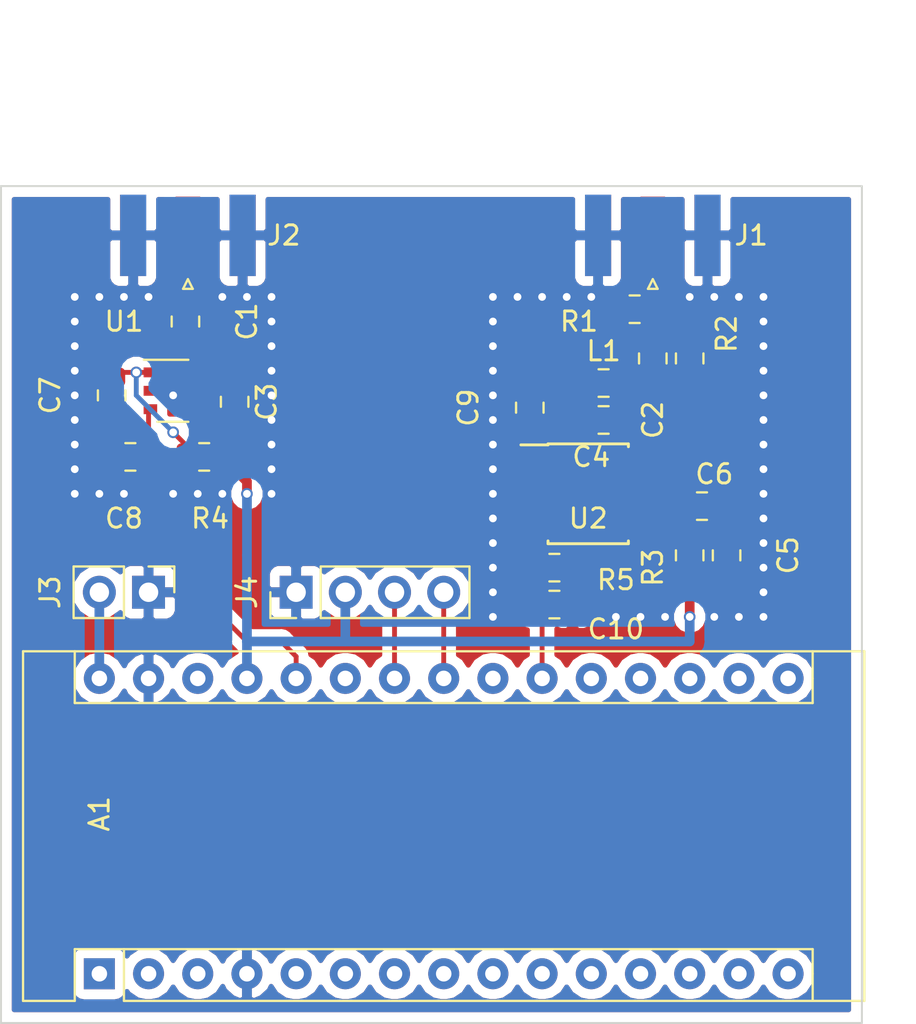
<source format=kicad_pcb>
(kicad_pcb (version 20171130) (host pcbnew 5.0.2+dfsg1-1)

  (general
    (thickness 1.6)
    (drawings 4)
    (tracks 142)
    (zones 0)
    (modules 23)
    (nets 41)
  )

  (page A4)
  (title_block
    (date "jeu. 02 avril 2015")
  )

  (layers
    (0 F.Cu signal)
    (31 B.Cu signal)
    (32 B.Adhes user)
    (33 F.Adhes user)
    (34 B.Paste user)
    (35 F.Paste user)
    (36 B.SilkS user)
    (37 F.SilkS user)
    (38 B.Mask user)
    (39 F.Mask user)
    (40 Dwgs.User user)
    (41 Cmts.User user)
    (42 Eco1.User user)
    (43 Eco2.User user)
    (44 Edge.Cuts user)
    (45 Margin user)
    (46 B.CrtYd user)
    (47 F.CrtYd user)
    (48 B.Fab user)
    (49 F.Fab user)
  )

  (setup
    (last_trace_width 0.25)
    (trace_clearance 0.2)
    (zone_clearance 0.508)
    (zone_45_only no)
    (trace_min 0.2)
    (segment_width 0.15)
    (edge_width 0.1)
    (via_size 0.6)
    (via_drill 0.4)
    (via_min_size 0.4)
    (via_min_drill 0.3)
    (uvia_size 0.3)
    (uvia_drill 0.1)
    (uvias_allowed no)
    (uvia_min_size 0.2)
    (uvia_min_drill 0.1)
    (pcb_text_width 0.3)
    (pcb_text_size 1.5 1.5)
    (mod_edge_width 0.15)
    (mod_text_size 1 1)
    (mod_text_width 0.15)
    (pad_size 1.5 1.5)
    (pad_drill 0.6)
    (pad_to_mask_clearance 0)
    (solder_mask_min_width 0.25)
    (aux_axis_origin 138.176 110.617)
    (visible_elements FFFFFF7F)
    (pcbplotparams
      (layerselection 0x010fc_ffffffff)
      (usegerberextensions true)
      (usegerberattributes false)
      (usegerberadvancedattributes false)
      (creategerberjobfile false)
      (excludeedgelayer true)
      (linewidth 0.100000)
      (plotframeref false)
      (viasonmask false)
      (mode 1)
      (useauxorigin false)
      (hpglpennumber 1)
      (hpglpenspeed 20)
      (hpglpendiameter 15.000000)
      (psnegative false)
      (psa4output false)
      (plotreference true)
      (plotvalue true)
      (plotinvisibletext false)
      (padsonsilk false)
      (subtractmaskfromsilk false)
      (outputformat 1)
      (mirror false)
      (drillshape 0)
      (scaleselection 1)
      (outputdirectory "pcbway"))
  )

  (net 0 "")
  (net 1 "Net-(A1-Pad1)")
  (net 2 "Net-(A1-Pad17)")
  (net 3 "Net-(A1-Pad2)")
  (net 4 "Net-(A1-Pad18)")
  (net 5 "Net-(A1-Pad3)")
  (net 6 RF_UHF)
  (net 7 GND)
  (net 8 RF_SHF)
  (net 9 "Net-(A1-Pad5)")
  (net 10 "Net-(A1-Pad6)")
  (net 11 "Net-(A1-Pad22)")
  (net 12 "Net-(A1-Pad7)")
  (net 13 "Net-(A1-Pad8)")
  (net 14 "Net-(A1-Pad9)")
  (net 15 "Net-(A1-Pad25)")
  (net 16 "Net-(A1-Pad10)")
  (net 17 "Net-(A1-Pad11)")
  (net 18 +5V)
  (net 19 "Net-(A1-Pad12)")
  (net 20 "Net-(A1-Pad28)")
  (net 21 "Net-(A1-Pad13)")
  (net 22 "Net-(A1-Pad14)")
  (net 23 +9V)
  (net 24 "Net-(A1-Pad15)")
  (net 25 "Net-(A1-Pad16)")
  (net 26 "Net-(C1-Pad2)")
  (net 27 "Net-(C1-Pad1)")
  (net 28 "Net-(C2-Pad2)")
  (net 29 "Net-(C2-Pad1)")
  (net 30 "Net-(C4-Pad1)")
  (net 31 "Net-(C4-Pad2)")
  (net 32 "Net-(C6-Pad1)")
  (net 33 "Net-(C7-Pad1)")
  (net 34 "Net-(C9-Pad2)")
  (net 35 "Net-(U2-Pad3)")
  (net 36 "Net-(U2-Pad5)")
  (net 37 "Net-(A1-Pad20)")
  (net 38 "Net-(A1-Pad19)")
  (net 39 SDA)
  (net 40 SCL)

  (net_class Default "This is the default net class."
    (clearance 0.2)
    (trace_width 0.25)
    (via_dia 0.6)
    (via_drill 0.4)
    (uvia_dia 0.3)
    (uvia_drill 0.1)
    (add_net +5V)
    (add_net +9V)
    (add_net GND)
    (add_net "Net-(A1-Pad1)")
    (add_net "Net-(A1-Pad10)")
    (add_net "Net-(A1-Pad11)")
    (add_net "Net-(A1-Pad12)")
    (add_net "Net-(A1-Pad13)")
    (add_net "Net-(A1-Pad14)")
    (add_net "Net-(A1-Pad15)")
    (add_net "Net-(A1-Pad16)")
    (add_net "Net-(A1-Pad17)")
    (add_net "Net-(A1-Pad18)")
    (add_net "Net-(A1-Pad19)")
    (add_net "Net-(A1-Pad2)")
    (add_net "Net-(A1-Pad20)")
    (add_net "Net-(A1-Pad22)")
    (add_net "Net-(A1-Pad25)")
    (add_net "Net-(A1-Pad28)")
    (add_net "Net-(A1-Pad3)")
    (add_net "Net-(A1-Pad5)")
    (add_net "Net-(A1-Pad6)")
    (add_net "Net-(A1-Pad7)")
    (add_net "Net-(A1-Pad8)")
    (add_net "Net-(A1-Pad9)")
    (add_net "Net-(C1-Pad1)")
    (add_net "Net-(C1-Pad2)")
    (add_net "Net-(C2-Pad1)")
    (add_net "Net-(C2-Pad2)")
    (add_net "Net-(C4-Pad1)")
    (add_net "Net-(C4-Pad2)")
    (add_net "Net-(C6-Pad1)")
    (add_net "Net-(C7-Pad1)")
    (add_net "Net-(C9-Pad2)")
    (add_net "Net-(U2-Pad3)")
    (add_net "Net-(U2-Pad5)")
    (add_net RF_SHF)
    (add_net RF_UHF)
    (add_net SCL)
    (add_net SDA)
  )

  (module Module:Arduino_Nano (layer F.Cu) (tedit 58ACAF70) (tstamp 5FB20547)
    (at 99.06 116.84 90)
    (descr "Arduino Nano, http://www.mouser.com/pdfdocs/Gravitech_Arduino_Nano3_0.pdf")
    (tags "Arduino Nano")
    (path /5FA6E146)
    (fp_text reference A1 (at 8.255 0 90) (layer F.SilkS)
      (effects (font (size 1 1) (thickness 0.15)))
    )
    (fp_text value Arduino_Nano_v3.x (at 8.89 19.05 180) (layer F.Fab)
      (effects (font (size 1 1) (thickness 0.15)))
    )
    (fp_text user %R (at 6.35 19.05 180) (layer F.Fab)
      (effects (font (size 1 1) (thickness 0.15)))
    )
    (fp_line (start 1.27 1.27) (end 1.27 -1.27) (layer F.SilkS) (width 0.12))
    (fp_line (start 1.27 -1.27) (end -1.4 -1.27) (layer F.SilkS) (width 0.12))
    (fp_line (start -1.4 1.27) (end -1.4 39.5) (layer F.SilkS) (width 0.12))
    (fp_line (start -1.4 -3.94) (end -1.4 -1.27) (layer F.SilkS) (width 0.12))
    (fp_line (start 13.97 -1.27) (end 16.64 -1.27) (layer F.SilkS) (width 0.12))
    (fp_line (start 13.97 -1.27) (end 13.97 36.83) (layer F.SilkS) (width 0.12))
    (fp_line (start 13.97 36.83) (end 16.64 36.83) (layer F.SilkS) (width 0.12))
    (fp_line (start 1.27 1.27) (end -1.4 1.27) (layer F.SilkS) (width 0.12))
    (fp_line (start 1.27 1.27) (end 1.27 36.83) (layer F.SilkS) (width 0.12))
    (fp_line (start 1.27 36.83) (end -1.4 36.83) (layer F.SilkS) (width 0.12))
    (fp_line (start 3.81 31.75) (end 11.43 31.75) (layer F.Fab) (width 0.1))
    (fp_line (start 11.43 31.75) (end 11.43 41.91) (layer F.Fab) (width 0.1))
    (fp_line (start 11.43 41.91) (end 3.81 41.91) (layer F.Fab) (width 0.1))
    (fp_line (start 3.81 41.91) (end 3.81 31.75) (layer F.Fab) (width 0.1))
    (fp_line (start -1.4 39.5) (end 16.64 39.5) (layer F.SilkS) (width 0.12))
    (fp_line (start 16.64 39.5) (end 16.64 -3.94) (layer F.SilkS) (width 0.12))
    (fp_line (start 16.64 -3.94) (end -1.4 -3.94) (layer F.SilkS) (width 0.12))
    (fp_line (start 16.51 39.37) (end -1.27 39.37) (layer F.Fab) (width 0.1))
    (fp_line (start -1.27 39.37) (end -1.27 -2.54) (layer F.Fab) (width 0.1))
    (fp_line (start -1.27 -2.54) (end 0 -3.81) (layer F.Fab) (width 0.1))
    (fp_line (start 0 -3.81) (end 16.51 -3.81) (layer F.Fab) (width 0.1))
    (fp_line (start 16.51 -3.81) (end 16.51 39.37) (layer F.Fab) (width 0.1))
    (fp_line (start -1.53 -4.06) (end 16.75 -4.06) (layer F.CrtYd) (width 0.05))
    (fp_line (start -1.53 -4.06) (end -1.53 42.16) (layer F.CrtYd) (width 0.05))
    (fp_line (start 16.75 42.16) (end 16.75 -4.06) (layer F.CrtYd) (width 0.05))
    (fp_line (start 16.75 42.16) (end -1.53 42.16) (layer F.CrtYd) (width 0.05))
    (pad 1 thru_hole rect (at 0 0 90) (size 1.6 1.6) (drill 0.8) (layers *.Cu *.Mask)
      (net 1 "Net-(A1-Pad1)"))
    (pad 17 thru_hole oval (at 15.24 33.02 90) (size 1.6 1.6) (drill 0.8) (layers *.Cu *.Mask)
      (net 2 "Net-(A1-Pad17)"))
    (pad 2 thru_hole oval (at 0 2.54 90) (size 1.6 1.6) (drill 0.8) (layers *.Cu *.Mask)
      (net 3 "Net-(A1-Pad2)"))
    (pad 18 thru_hole oval (at 15.24 30.48 90) (size 1.6 1.6) (drill 0.8) (layers *.Cu *.Mask)
      (net 4 "Net-(A1-Pad18)"))
    (pad 3 thru_hole oval (at 0 5.08 90) (size 1.6 1.6) (drill 0.8) (layers *.Cu *.Mask)
      (net 5 "Net-(A1-Pad3)"))
    (pad 19 thru_hole oval (at 15.24 27.94 90) (size 1.6 1.6) (drill 0.8) (layers *.Cu *.Mask)
      (net 38 "Net-(A1-Pad19)"))
    (pad 4 thru_hole oval (at 0 7.62 90) (size 1.6 1.6) (drill 0.8) (layers *.Cu *.Mask)
      (net 7 GND))
    (pad 20 thru_hole oval (at 15.24 25.4 90) (size 1.6 1.6) (drill 0.8) (layers *.Cu *.Mask)
      (net 37 "Net-(A1-Pad20)"))
    (pad 5 thru_hole oval (at 0 10.16 90) (size 1.6 1.6) (drill 0.8) (layers *.Cu *.Mask)
      (net 9 "Net-(A1-Pad5)"))
    (pad 21 thru_hole oval (at 15.24 22.86 90) (size 1.6 1.6) (drill 0.8) (layers *.Cu *.Mask)
      (net 6 RF_UHF))
    (pad 6 thru_hole oval (at 0 12.7 90) (size 1.6 1.6) (drill 0.8) (layers *.Cu *.Mask)
      (net 10 "Net-(A1-Pad6)"))
    (pad 22 thru_hole oval (at 15.24 20.32 90) (size 1.6 1.6) (drill 0.8) (layers *.Cu *.Mask)
      (net 11 "Net-(A1-Pad22)"))
    (pad 7 thru_hole oval (at 0 15.24 90) (size 1.6 1.6) (drill 0.8) (layers *.Cu *.Mask)
      (net 12 "Net-(A1-Pad7)"))
    (pad 23 thru_hole oval (at 15.24 17.78 90) (size 1.6 1.6) (drill 0.8) (layers *.Cu *.Mask)
      (net 39 SDA))
    (pad 8 thru_hole oval (at 0 17.78 90) (size 1.6 1.6) (drill 0.8) (layers *.Cu *.Mask)
      (net 13 "Net-(A1-Pad8)"))
    (pad 24 thru_hole oval (at 15.24 15.24 90) (size 1.6 1.6) (drill 0.8) (layers *.Cu *.Mask)
      (net 40 SCL))
    (pad 9 thru_hole oval (at 0 20.32 90) (size 1.6 1.6) (drill 0.8) (layers *.Cu *.Mask)
      (net 14 "Net-(A1-Pad9)"))
    (pad 25 thru_hole oval (at 15.24 12.7 90) (size 1.6 1.6) (drill 0.8) (layers *.Cu *.Mask)
      (net 15 "Net-(A1-Pad25)"))
    (pad 10 thru_hole oval (at 0 22.86 90) (size 1.6 1.6) (drill 0.8) (layers *.Cu *.Mask)
      (net 16 "Net-(A1-Pad10)"))
    (pad 26 thru_hole oval (at 15.24 10.16 90) (size 1.6 1.6) (drill 0.8) (layers *.Cu *.Mask)
      (net 8 RF_SHF))
    (pad 11 thru_hole oval (at 0 25.4 90) (size 1.6 1.6) (drill 0.8) (layers *.Cu *.Mask)
      (net 17 "Net-(A1-Pad11)"))
    (pad 27 thru_hole oval (at 15.24 7.62 90) (size 1.6 1.6) (drill 0.8) (layers *.Cu *.Mask)
      (net 18 +5V))
    (pad 12 thru_hole oval (at 0 27.94 90) (size 1.6 1.6) (drill 0.8) (layers *.Cu *.Mask)
      (net 19 "Net-(A1-Pad12)"))
    (pad 28 thru_hole oval (at 15.24 5.08 90) (size 1.6 1.6) (drill 0.8) (layers *.Cu *.Mask)
      (net 20 "Net-(A1-Pad28)"))
    (pad 13 thru_hole oval (at 0 30.48 90) (size 1.6 1.6) (drill 0.8) (layers *.Cu *.Mask)
      (net 21 "Net-(A1-Pad13)"))
    (pad 29 thru_hole oval (at 15.24 2.54 90) (size 1.6 1.6) (drill 0.8) (layers *.Cu *.Mask)
      (net 7 GND))
    (pad 14 thru_hole oval (at 0 33.02 90) (size 1.6 1.6) (drill 0.8) (layers *.Cu *.Mask)
      (net 22 "Net-(A1-Pad14)"))
    (pad 30 thru_hole oval (at 15.24 0 90) (size 1.6 1.6) (drill 0.8) (layers *.Cu *.Mask)
      (net 23 +9V))
    (pad 15 thru_hole oval (at 0 35.56 90) (size 1.6 1.6) (drill 0.8) (layers *.Cu *.Mask)
      (net 24 "Net-(A1-Pad15)"))
    (pad 16 thru_hole oval (at 15.24 35.56 90) (size 1.6 1.6) (drill 0.8) (layers *.Cu *.Mask)
      (net 25 "Net-(A1-Pad16)"))
    (model ${KISYS3DMOD}/Module.3dshapes/Arduino_Nano_WithMountingHoles.wrl
      (at (xyz 0 0 0))
      (scale (xyz 1 1 1))
      (rotate (xyz 0 0 0))
    )
  )

  (module Capacitor_SMD:C_0805_2012Metric (layer F.Cu) (tedit 5B36C52B) (tstamp 5FB20558)
    (at 103.505 83.185 270)
    (descr "Capacitor SMD 0805 (2012 Metric), square (rectangular) end terminal, IPC_7351 nominal, (Body size source: https://docs.google.com/spreadsheets/d/1BsfQQcO9C6DZCsRaXUlFlo91Tg2WpOkGARC1WS5S8t0/edit?usp=sharing), generated with kicad-footprint-generator")
    (tags capacitor)
    (path /5FA592C9)
    (attr smd)
    (fp_text reference C1 (at 0 -3.175 270) (layer F.SilkS)
      (effects (font (size 1 1) (thickness 0.15)))
    )
    (fp_text value 8.2pF (at 0 1.65 270) (layer F.Fab)
      (effects (font (size 1 1) (thickness 0.15)))
    )
    (fp_text user %R (at 0 0 270) (layer F.Fab)
      (effects (font (size 0.5 0.5) (thickness 0.08)))
    )
    (fp_line (start 1.68 0.95) (end -1.68 0.95) (layer F.CrtYd) (width 0.05))
    (fp_line (start 1.68 -0.95) (end 1.68 0.95) (layer F.CrtYd) (width 0.05))
    (fp_line (start -1.68 -0.95) (end 1.68 -0.95) (layer F.CrtYd) (width 0.05))
    (fp_line (start -1.68 0.95) (end -1.68 -0.95) (layer F.CrtYd) (width 0.05))
    (fp_line (start -0.258578 0.71) (end 0.258578 0.71) (layer F.SilkS) (width 0.12))
    (fp_line (start -0.258578 -0.71) (end 0.258578 -0.71) (layer F.SilkS) (width 0.12))
    (fp_line (start 1 0.6) (end -1 0.6) (layer F.Fab) (width 0.1))
    (fp_line (start 1 -0.6) (end 1 0.6) (layer F.Fab) (width 0.1))
    (fp_line (start -1 -0.6) (end 1 -0.6) (layer F.Fab) (width 0.1))
    (fp_line (start -1 0.6) (end -1 -0.6) (layer F.Fab) (width 0.1))
    (pad 2 smd roundrect (at 0.9375 0 270) (size 0.975 1.4) (layers F.Cu F.Paste F.Mask) (roundrect_rratio 0.25)
      (net 26 "Net-(C1-Pad2)"))
    (pad 1 smd roundrect (at -0.9375 0 270) (size 0.975 1.4) (layers F.Cu F.Paste F.Mask) (roundrect_rratio 0.25)
      (net 27 "Net-(C1-Pad1)"))
    (model ${KISYS3DMOD}/Capacitor_SMD.3dshapes/C_0805_2012Metric.wrl
      (at (xyz 0 0 0))
      (scale (xyz 1 1 1))
      (rotate (xyz 0 0 0))
    )
  )

  (module Capacitor_SMD:C_0805_2012Metric (layer F.Cu) (tedit 5B36C52B) (tstamp 5FB20569)
    (at 127.635 85.09 90)
    (descr "Capacitor SMD 0805 (2012 Metric), square (rectangular) end terminal, IPC_7351 nominal, (Body size source: https://docs.google.com/spreadsheets/d/1BsfQQcO9C6DZCsRaXUlFlo91Tg2WpOkGARC1WS5S8t0/edit?usp=sharing), generated with kicad-footprint-generator")
    (tags capacitor)
    (path /5FA92192)
    (attr smd)
    (fp_text reference C2 (at -3.175 0 90) (layer F.SilkS)
      (effects (font (size 1 1) (thickness 0.15)))
    )
    (fp_text value 15pF (at 0 1.65 90) (layer F.Fab)
      (effects (font (size 1 1) (thickness 0.15)))
    )
    (fp_text user %R (at 0 0 90) (layer F.Fab)
      (effects (font (size 0.5 0.5) (thickness 0.08)))
    )
    (fp_line (start 1.68 0.95) (end -1.68 0.95) (layer F.CrtYd) (width 0.05))
    (fp_line (start 1.68 -0.95) (end 1.68 0.95) (layer F.CrtYd) (width 0.05))
    (fp_line (start -1.68 -0.95) (end 1.68 -0.95) (layer F.CrtYd) (width 0.05))
    (fp_line (start -1.68 0.95) (end -1.68 -0.95) (layer F.CrtYd) (width 0.05))
    (fp_line (start -0.258578 0.71) (end 0.258578 0.71) (layer F.SilkS) (width 0.12))
    (fp_line (start -0.258578 -0.71) (end 0.258578 -0.71) (layer F.SilkS) (width 0.12))
    (fp_line (start 1 0.6) (end -1 0.6) (layer F.Fab) (width 0.1))
    (fp_line (start 1 -0.6) (end 1 0.6) (layer F.Fab) (width 0.1))
    (fp_line (start -1 -0.6) (end 1 -0.6) (layer F.Fab) (width 0.1))
    (fp_line (start -1 0.6) (end -1 -0.6) (layer F.Fab) (width 0.1))
    (pad 2 smd roundrect (at 0.9375 0 90) (size 0.975 1.4) (layers F.Cu F.Paste F.Mask) (roundrect_rratio 0.25)
      (net 28 "Net-(C2-Pad2)"))
    (pad 1 smd roundrect (at -0.9375 0 90) (size 0.975 1.4) (layers F.Cu F.Paste F.Mask) (roundrect_rratio 0.25)
      (net 29 "Net-(C2-Pad1)"))
    (model ${KISYS3DMOD}/Capacitor_SMD.3dshapes/C_0805_2012Metric.wrl
      (at (xyz 0 0 0))
      (scale (xyz 1 1 1))
      (rotate (xyz 0 0 0))
    )
  )

  (module Capacitor_SMD:C_0805_2012Metric (layer F.Cu) (tedit 5B36C52B) (tstamp 5FB2057A)
    (at 106.045 87.3275 270)
    (descr "Capacitor SMD 0805 (2012 Metric), square (rectangular) end terminal, IPC_7351 nominal, (Body size source: https://docs.google.com/spreadsheets/d/1BsfQQcO9C6DZCsRaXUlFlo91Tg2WpOkGARC1WS5S8t0/edit?usp=sharing), generated with kicad-footprint-generator")
    (tags capacitor)
    (path /5FA834D0)
    (attr smd)
    (fp_text reference C3 (at 0 -1.65 270) (layer F.SilkS)
      (effects (font (size 1 1) (thickness 0.15)))
    )
    (fp_text value 0.1uF (at 0 1.65 270) (layer F.Fab)
      (effects (font (size 1 1) (thickness 0.15)))
    )
    (fp_text user %R (at 0 0 270) (layer F.Fab)
      (effects (font (size 0.5 0.5) (thickness 0.08)))
    )
    (fp_line (start 1.68 0.95) (end -1.68 0.95) (layer F.CrtYd) (width 0.05))
    (fp_line (start 1.68 -0.95) (end 1.68 0.95) (layer F.CrtYd) (width 0.05))
    (fp_line (start -1.68 -0.95) (end 1.68 -0.95) (layer F.CrtYd) (width 0.05))
    (fp_line (start -1.68 0.95) (end -1.68 -0.95) (layer F.CrtYd) (width 0.05))
    (fp_line (start -0.258578 0.71) (end 0.258578 0.71) (layer F.SilkS) (width 0.12))
    (fp_line (start -0.258578 -0.71) (end 0.258578 -0.71) (layer F.SilkS) (width 0.12))
    (fp_line (start 1 0.6) (end -1 0.6) (layer F.Fab) (width 0.1))
    (fp_line (start 1 -0.6) (end 1 0.6) (layer F.Fab) (width 0.1))
    (fp_line (start -1 -0.6) (end 1 -0.6) (layer F.Fab) (width 0.1))
    (fp_line (start -1 0.6) (end -1 -0.6) (layer F.Fab) (width 0.1))
    (pad 2 smd roundrect (at 0.9375 0 270) (size 0.975 1.4) (layers F.Cu F.Paste F.Mask) (roundrect_rratio 0.25)
      (net 18 +5V))
    (pad 1 smd roundrect (at -0.9375 0 270) (size 0.975 1.4) (layers F.Cu F.Paste F.Mask) (roundrect_rratio 0.25)
      (net 7 GND))
    (model ${KISYS3DMOD}/Capacitor_SMD.3dshapes/C_0805_2012Metric.wrl
      (at (xyz 0 0 0))
      (scale (xyz 1 1 1))
      (rotate (xyz 0 0 0))
    )
  )

  (module Capacitor_SMD:C_0805_2012Metric (layer F.Cu) (tedit 5B36C52B) (tstamp 5FB2058B)
    (at 125.095 88.265 180)
    (descr "Capacitor SMD 0805 (2012 Metric), square (rectangular) end terminal, IPC_7351 nominal, (Body size source: https://docs.google.com/spreadsheets/d/1BsfQQcO9C6DZCsRaXUlFlo91Tg2WpOkGARC1WS5S8t0/edit?usp=sharing), generated with kicad-footprint-generator")
    (tags capacitor)
    (path /5FA92223)
    (attr smd)
    (fp_text reference C4 (at 0.635 -1.905 180) (layer F.SilkS)
      (effects (font (size 1 1) (thickness 0.15)))
    )
    (fp_text value .01uF (at 0 1.65 180) (layer F.Fab)
      (effects (font (size 1 1) (thickness 0.15)))
    )
    (fp_line (start -1 0.6) (end -1 -0.6) (layer F.Fab) (width 0.1))
    (fp_line (start -1 -0.6) (end 1 -0.6) (layer F.Fab) (width 0.1))
    (fp_line (start 1 -0.6) (end 1 0.6) (layer F.Fab) (width 0.1))
    (fp_line (start 1 0.6) (end -1 0.6) (layer F.Fab) (width 0.1))
    (fp_line (start -0.258578 -0.71) (end 0.258578 -0.71) (layer F.SilkS) (width 0.12))
    (fp_line (start -0.258578 0.71) (end 0.258578 0.71) (layer F.SilkS) (width 0.12))
    (fp_line (start -1.68 0.95) (end -1.68 -0.95) (layer F.CrtYd) (width 0.05))
    (fp_line (start -1.68 -0.95) (end 1.68 -0.95) (layer F.CrtYd) (width 0.05))
    (fp_line (start 1.68 -0.95) (end 1.68 0.95) (layer F.CrtYd) (width 0.05))
    (fp_line (start 1.68 0.95) (end -1.68 0.95) (layer F.CrtYd) (width 0.05))
    (fp_text user %R (at 0 0 180) (layer F.Fab)
      (effects (font (size 0.5 0.5) (thickness 0.08)))
    )
    (pad 1 smd roundrect (at -0.9375 0 180) (size 0.975 1.4) (layers F.Cu F.Paste F.Mask) (roundrect_rratio 0.25)
      (net 30 "Net-(C4-Pad1)"))
    (pad 2 smd roundrect (at 0.9375 0 180) (size 0.975 1.4) (layers F.Cu F.Paste F.Mask) (roundrect_rratio 0.25)
      (net 31 "Net-(C4-Pad2)"))
    (model ${KISYS3DMOD}/Capacitor_SMD.3dshapes/C_0805_2012Metric.wrl
      (at (xyz 0 0 0))
      (scale (xyz 1 1 1))
      (rotate (xyz 0 0 0))
    )
  )

  (module Capacitor_SMD:C_0805_2012Metric (layer F.Cu) (tedit 5B36C52B) (tstamp 5FB2059C)
    (at 131.445 95.25 270)
    (descr "Capacitor SMD 0805 (2012 Metric), square (rectangular) end terminal, IPC_7351 nominal, (Body size source: https://docs.google.com/spreadsheets/d/1BsfQQcO9C6DZCsRaXUlFlo91Tg2WpOkGARC1WS5S8t0/edit?usp=sharing), generated with kicad-footprint-generator")
    (tags capacitor)
    (path /5FA835D2)
    (attr smd)
    (fp_text reference C5 (at 0 -3.175 270) (layer F.SilkS)
      (effects (font (size 1 1) (thickness 0.15)))
    )
    (fp_text value 100pF (at 0 1.65 270) (layer F.Fab)
      (effects (font (size 1 1) (thickness 0.15)))
    )
    (fp_line (start -1 0.6) (end -1 -0.6) (layer F.Fab) (width 0.1))
    (fp_line (start -1 -0.6) (end 1 -0.6) (layer F.Fab) (width 0.1))
    (fp_line (start 1 -0.6) (end 1 0.6) (layer F.Fab) (width 0.1))
    (fp_line (start 1 0.6) (end -1 0.6) (layer F.Fab) (width 0.1))
    (fp_line (start -0.258578 -0.71) (end 0.258578 -0.71) (layer F.SilkS) (width 0.12))
    (fp_line (start -0.258578 0.71) (end 0.258578 0.71) (layer F.SilkS) (width 0.12))
    (fp_line (start -1.68 0.95) (end -1.68 -0.95) (layer F.CrtYd) (width 0.05))
    (fp_line (start -1.68 -0.95) (end 1.68 -0.95) (layer F.CrtYd) (width 0.05))
    (fp_line (start 1.68 -0.95) (end 1.68 0.95) (layer F.CrtYd) (width 0.05))
    (fp_line (start 1.68 0.95) (end -1.68 0.95) (layer F.CrtYd) (width 0.05))
    (fp_text user %R (at 0 0 270) (layer F.Fab)
      (effects (font (size 0.5 0.5) (thickness 0.08)))
    )
    (pad 1 smd roundrect (at -0.9375 0 270) (size 0.975 1.4) (layers F.Cu F.Paste F.Mask) (roundrect_rratio 0.25)
      (net 7 GND))
    (pad 2 smd roundrect (at 0.9375 0 270) (size 0.975 1.4) (layers F.Cu F.Paste F.Mask) (roundrect_rratio 0.25)
      (net 18 +5V))
    (model ${KISYS3DMOD}/Capacitor_SMD.3dshapes/C_0805_2012Metric.wrl
      (at (xyz 0 0 0))
      (scale (xyz 1 1 1))
      (rotate (xyz 0 0 0))
    )
  )

  (module Capacitor_SMD:C_0805_2012Metric (layer F.Cu) (tedit 5B36C52B) (tstamp 5FB205AD)
    (at 130.175 92.71)
    (descr "Capacitor SMD 0805 (2012 Metric), square (rectangular) end terminal, IPC_7351 nominal, (Body size source: https://docs.google.com/spreadsheets/d/1BsfQQcO9C6DZCsRaXUlFlo91Tg2WpOkGARC1WS5S8t0/edit?usp=sharing), generated with kicad-footprint-generator")
    (tags capacitor)
    (path /5FA71151)
    (attr smd)
    (fp_text reference C6 (at 0.635 -1.65) (layer F.SilkS)
      (effects (font (size 1 1) (thickness 0.15)))
    )
    (fp_text value C (at 0 1.65) (layer F.Fab)
      (effects (font (size 1 1) (thickness 0.15)))
    )
    (fp_text user %R (at 0 0) (layer F.Fab)
      (effects (font (size 0.5 0.5) (thickness 0.08)))
    )
    (fp_line (start 1.68 0.95) (end -1.68 0.95) (layer F.CrtYd) (width 0.05))
    (fp_line (start 1.68 -0.95) (end 1.68 0.95) (layer F.CrtYd) (width 0.05))
    (fp_line (start -1.68 -0.95) (end 1.68 -0.95) (layer F.CrtYd) (width 0.05))
    (fp_line (start -1.68 0.95) (end -1.68 -0.95) (layer F.CrtYd) (width 0.05))
    (fp_line (start -0.258578 0.71) (end 0.258578 0.71) (layer F.SilkS) (width 0.12))
    (fp_line (start -0.258578 -0.71) (end 0.258578 -0.71) (layer F.SilkS) (width 0.12))
    (fp_line (start 1 0.6) (end -1 0.6) (layer F.Fab) (width 0.1))
    (fp_line (start 1 -0.6) (end 1 0.6) (layer F.Fab) (width 0.1))
    (fp_line (start -1 -0.6) (end 1 -0.6) (layer F.Fab) (width 0.1))
    (fp_line (start -1 0.6) (end -1 -0.6) (layer F.Fab) (width 0.1))
    (pad 2 smd roundrect (at 0.9375 0) (size 0.975 1.4) (layers F.Cu F.Paste F.Mask) (roundrect_rratio 0.25)
      (net 7 GND))
    (pad 1 smd roundrect (at -0.9375 0) (size 0.975 1.4) (layers F.Cu F.Paste F.Mask) (roundrect_rratio 0.25)
      (net 32 "Net-(C6-Pad1)"))
    (model ${KISYS3DMOD}/Capacitor_SMD.3dshapes/C_0805_2012Metric.wrl
      (at (xyz 0 0 0))
      (scale (xyz 1 1 1))
      (rotate (xyz 0 0 0))
    )
  )

  (module Capacitor_SMD:C_0805_2012Metric (layer F.Cu) (tedit 5B36C52B) (tstamp 5FB205BE)
    (at 99.695 86.995 270)
    (descr "Capacitor SMD 0805 (2012 Metric), square (rectangular) end terminal, IPC_7351 nominal, (Body size source: https://docs.google.com/spreadsheets/d/1BsfQQcO9C6DZCsRaXUlFlo91Tg2WpOkGARC1WS5S8t0/edit?usp=sharing), generated with kicad-footprint-generator")
    (tags capacitor)
    (path /5FA74145)
    (attr smd)
    (fp_text reference C7 (at 0 3.175 270) (layer F.SilkS)
      (effects (font (size 1 1) (thickness 0.15)))
    )
    (fp_text value 0.1uF (at 0 1.65 270) (layer F.Fab)
      (effects (font (size 1 1) (thickness 0.15)))
    )
    (fp_line (start -1 0.6) (end -1 -0.6) (layer F.Fab) (width 0.1))
    (fp_line (start -1 -0.6) (end 1 -0.6) (layer F.Fab) (width 0.1))
    (fp_line (start 1 -0.6) (end 1 0.6) (layer F.Fab) (width 0.1))
    (fp_line (start 1 0.6) (end -1 0.6) (layer F.Fab) (width 0.1))
    (fp_line (start -0.258578 -0.71) (end 0.258578 -0.71) (layer F.SilkS) (width 0.12))
    (fp_line (start -0.258578 0.71) (end 0.258578 0.71) (layer F.SilkS) (width 0.12))
    (fp_line (start -1.68 0.95) (end -1.68 -0.95) (layer F.CrtYd) (width 0.05))
    (fp_line (start -1.68 -0.95) (end 1.68 -0.95) (layer F.CrtYd) (width 0.05))
    (fp_line (start 1.68 -0.95) (end 1.68 0.95) (layer F.CrtYd) (width 0.05))
    (fp_line (start 1.68 0.95) (end -1.68 0.95) (layer F.CrtYd) (width 0.05))
    (fp_text user %R (at 0 0 270) (layer F.Fab)
      (effects (font (size 0.5 0.5) (thickness 0.08)))
    )
    (pad 1 smd roundrect (at -0.9375 0 270) (size 0.975 1.4) (layers F.Cu F.Paste F.Mask) (roundrect_rratio 0.25)
      (net 33 "Net-(C7-Pad1)"))
    (pad 2 smd roundrect (at 0.9375 0 270) (size 0.975 1.4) (layers F.Cu F.Paste F.Mask) (roundrect_rratio 0.25)
      (net 7 GND))
    (model ${KISYS3DMOD}/Capacitor_SMD.3dshapes/C_0805_2012Metric.wrl
      (at (xyz 0 0 0))
      (scale (xyz 1 1 1))
      (rotate (xyz 0 0 0))
    )
  )

  (module Capacitor_SMD:C_0805_2012Metric (layer F.Cu) (tedit 5B36C52B) (tstamp 5FB205CF)
    (at 100.6625 90.17 180)
    (descr "Capacitor SMD 0805 (2012 Metric), square (rectangular) end terminal, IPC_7351 nominal, (Body size source: https://docs.google.com/spreadsheets/d/1BsfQQcO9C6DZCsRaXUlFlo91Tg2WpOkGARC1WS5S8t0/edit?usp=sharing), generated with kicad-footprint-generator")
    (tags capacitor)
    (path /5FAC4454)
    (attr smd)
    (fp_text reference C8 (at 0.3325 -3.175 180) (layer F.SilkS)
      (effects (font (size 1 1) (thickness 0.15)))
    )
    (fp_text value 0.1uF (at 0 1.65 180) (layer F.Fab)
      (effects (font (size 1 1) (thickness 0.15)))
    )
    (fp_line (start -1 0.6) (end -1 -0.6) (layer F.Fab) (width 0.1))
    (fp_line (start -1 -0.6) (end 1 -0.6) (layer F.Fab) (width 0.1))
    (fp_line (start 1 -0.6) (end 1 0.6) (layer F.Fab) (width 0.1))
    (fp_line (start 1 0.6) (end -1 0.6) (layer F.Fab) (width 0.1))
    (fp_line (start -0.258578 -0.71) (end 0.258578 -0.71) (layer F.SilkS) (width 0.12))
    (fp_line (start -0.258578 0.71) (end 0.258578 0.71) (layer F.SilkS) (width 0.12))
    (fp_line (start -1.68 0.95) (end -1.68 -0.95) (layer F.CrtYd) (width 0.05))
    (fp_line (start -1.68 -0.95) (end 1.68 -0.95) (layer F.CrtYd) (width 0.05))
    (fp_line (start 1.68 -0.95) (end 1.68 0.95) (layer F.CrtYd) (width 0.05))
    (fp_line (start 1.68 0.95) (end -1.68 0.95) (layer F.CrtYd) (width 0.05))
    (fp_text user %R (at 0 0 180) (layer F.Fab)
      (effects (font (size 0.5 0.5) (thickness 0.08)))
    )
    (pad 1 smd roundrect (at -0.9375 0 180) (size 0.975 1.4) (layers F.Cu F.Paste F.Mask) (roundrect_rratio 0.25)
      (net 8 RF_SHF))
    (pad 2 smd roundrect (at 0.9375 0 180) (size 0.975 1.4) (layers F.Cu F.Paste F.Mask) (roundrect_rratio 0.25)
      (net 7 GND))
    (model ${KISYS3DMOD}/Capacitor_SMD.3dshapes/C_0805_2012Metric.wrl
      (at (xyz 0 0 0))
      (scale (xyz 1 1 1))
      (rotate (xyz 0 0 0))
    )
  )

  (module Capacitor_SMD:C_0805_2012Metric (layer F.Cu) (tedit 5B36C52B) (tstamp 5FB205E0)
    (at 121.285 87.63 270)
    (descr "Capacitor SMD 0805 (2012 Metric), square (rectangular) end terminal, IPC_7351 nominal, (Body size source: https://docs.google.com/spreadsheets/d/1BsfQQcO9C6DZCsRaXUlFlo91Tg2WpOkGARC1WS5S8t0/edit?usp=sharing), generated with kicad-footprint-generator")
    (tags capacitor)
    (path /5FA63C0B)
    (attr smd)
    (fp_text reference C9 (at 0 3.175 270) (layer F.SilkS)
      (effects (font (size 1 1) (thickness 0.15)))
    )
    (fp_text value C (at 0 1.65 270) (layer F.Fab)
      (effects (font (size 1 1) (thickness 0.15)))
    )
    (fp_line (start -1 0.6) (end -1 -0.6) (layer F.Fab) (width 0.1))
    (fp_line (start -1 -0.6) (end 1 -0.6) (layer F.Fab) (width 0.1))
    (fp_line (start 1 -0.6) (end 1 0.6) (layer F.Fab) (width 0.1))
    (fp_line (start 1 0.6) (end -1 0.6) (layer F.Fab) (width 0.1))
    (fp_line (start -0.258578 -0.71) (end 0.258578 -0.71) (layer F.SilkS) (width 0.12))
    (fp_line (start -0.258578 0.71) (end 0.258578 0.71) (layer F.SilkS) (width 0.12))
    (fp_line (start -1.68 0.95) (end -1.68 -0.95) (layer F.CrtYd) (width 0.05))
    (fp_line (start -1.68 -0.95) (end 1.68 -0.95) (layer F.CrtYd) (width 0.05))
    (fp_line (start 1.68 -0.95) (end 1.68 0.95) (layer F.CrtYd) (width 0.05))
    (fp_line (start 1.68 0.95) (end -1.68 0.95) (layer F.CrtYd) (width 0.05))
    (fp_text user %R (at 0 0 270) (layer F.Fab)
      (effects (font (size 0.5 0.5) (thickness 0.08)))
    )
    (pad 1 smd roundrect (at -0.9375 0 270) (size 0.975 1.4) (layers F.Cu F.Paste F.Mask) (roundrect_rratio 0.25)
      (net 7 GND))
    (pad 2 smd roundrect (at 0.9375 0 270) (size 0.975 1.4) (layers F.Cu F.Paste F.Mask) (roundrect_rratio 0.25)
      (net 34 "Net-(C9-Pad2)"))
    (model ${KISYS3DMOD}/Capacitor_SMD.3dshapes/C_0805_2012Metric.wrl
      (at (xyz 0 0 0))
      (scale (xyz 1 1 1))
      (rotate (xyz 0 0 0))
    )
  )

  (module Capacitor_SMD:C_0805_2012Metric (layer F.Cu) (tedit 5B36C52B) (tstamp 5FB205F1)
    (at 122.555 97.79)
    (descr "Capacitor SMD 0805 (2012 Metric), square (rectangular) end terminal, IPC_7351 nominal, (Body size source: https://docs.google.com/spreadsheets/d/1BsfQQcO9C6DZCsRaXUlFlo91Tg2WpOkGARC1WS5S8t0/edit?usp=sharing), generated with kicad-footprint-generator")
    (tags capacitor)
    (path /5FABD027)
    (attr smd)
    (fp_text reference C10 (at 3.175 1.27) (layer F.SilkS)
      (effects (font (size 1 1) (thickness 0.15)))
    )
    (fp_text value 0.1uF (at 0 1.905) (layer F.Fab)
      (effects (font (size 1 1) (thickness 0.15)))
    )
    (fp_text user %R (at 0 0) (layer F.Fab)
      (effects (font (size 0.5 0.5) (thickness 0.08)))
    )
    (fp_line (start 1.68 0.95) (end -1.68 0.95) (layer F.CrtYd) (width 0.05))
    (fp_line (start 1.68 -0.95) (end 1.68 0.95) (layer F.CrtYd) (width 0.05))
    (fp_line (start -1.68 -0.95) (end 1.68 -0.95) (layer F.CrtYd) (width 0.05))
    (fp_line (start -1.68 0.95) (end -1.68 -0.95) (layer F.CrtYd) (width 0.05))
    (fp_line (start -0.258578 0.71) (end 0.258578 0.71) (layer F.SilkS) (width 0.12))
    (fp_line (start -0.258578 -0.71) (end 0.258578 -0.71) (layer F.SilkS) (width 0.12))
    (fp_line (start 1 0.6) (end -1 0.6) (layer F.Fab) (width 0.1))
    (fp_line (start 1 -0.6) (end 1 0.6) (layer F.Fab) (width 0.1))
    (fp_line (start -1 -0.6) (end 1 -0.6) (layer F.Fab) (width 0.1))
    (fp_line (start -1 0.6) (end -1 -0.6) (layer F.Fab) (width 0.1))
    (pad 2 smd roundrect (at 0.9375 0) (size 0.975 1.4) (layers F.Cu F.Paste F.Mask) (roundrect_rratio 0.25)
      (net 7 GND))
    (pad 1 smd roundrect (at -0.9375 0) (size 0.975 1.4) (layers F.Cu F.Paste F.Mask) (roundrect_rratio 0.25)
      (net 6 RF_UHF))
    (model ${KISYS3DMOD}/Capacitor_SMD.3dshapes/C_0805_2012Metric.wrl
      (at (xyz 0 0 0))
      (scale (xyz 1 1 1))
      (rotate (xyz 0 0 0))
    )
  )

  (module Inductor_SMD:L_0805_2012Metric (layer F.Cu) (tedit 5B36C52B) (tstamp 5FB2065A)
    (at 125.095 86.36)
    (descr "Inductor SMD 0805 (2012 Metric), square (rectangular) end terminal, IPC_7351 nominal, (Body size source: https://docs.google.com/spreadsheets/d/1BsfQQcO9C6DZCsRaXUlFlo91Tg2WpOkGARC1WS5S8t0/edit?usp=sharing), generated with kicad-footprint-generator")
    (tags inductor)
    (path /5FA94DF4)
    (attr smd)
    (fp_text reference L1 (at 0 -1.65) (layer F.SilkS)
      (effects (font (size 1 1) (thickness 0.15)))
    )
    (fp_text value L (at 0 1.65) (layer F.Fab)
      (effects (font (size 1 1) (thickness 0.15)))
    )
    (fp_line (start -1 0.6) (end -1 -0.6) (layer F.Fab) (width 0.1))
    (fp_line (start -1 -0.6) (end 1 -0.6) (layer F.Fab) (width 0.1))
    (fp_line (start 1 -0.6) (end 1 0.6) (layer F.Fab) (width 0.1))
    (fp_line (start 1 0.6) (end -1 0.6) (layer F.Fab) (width 0.1))
    (fp_line (start -0.258578 -0.71) (end 0.258578 -0.71) (layer F.SilkS) (width 0.12))
    (fp_line (start -0.258578 0.71) (end 0.258578 0.71) (layer F.SilkS) (width 0.12))
    (fp_line (start -1.68 0.95) (end -1.68 -0.95) (layer F.CrtYd) (width 0.05))
    (fp_line (start -1.68 -0.95) (end 1.68 -0.95) (layer F.CrtYd) (width 0.05))
    (fp_line (start 1.68 -0.95) (end 1.68 0.95) (layer F.CrtYd) (width 0.05))
    (fp_line (start 1.68 0.95) (end -1.68 0.95) (layer F.CrtYd) (width 0.05))
    (fp_text user %R (at 0 0) (layer F.Fab)
      (effects (font (size 0.5 0.5) (thickness 0.08)))
    )
    (pad 1 smd roundrect (at -0.9375 0) (size 0.975 1.4) (layers F.Cu F.Paste F.Mask) (roundrect_rratio 0.25)
      (net 31 "Net-(C4-Pad2)"))
    (pad 2 smd roundrect (at 0.9375 0) (size 0.975 1.4) (layers F.Cu F.Paste F.Mask) (roundrect_rratio 0.25)
      (net 29 "Net-(C2-Pad1)"))
    (model ${KISYS3DMOD}/Inductor_SMD.3dshapes/L_0805_2012Metric.wrl
      (at (xyz 0 0 0))
      (scale (xyz 1 1 1))
      (rotate (xyz 0 0 0))
    )
  )

  (module Resistor_SMD:R_0805_2012Metric (layer F.Cu) (tedit 5B36C52B) (tstamp 5FB2066B)
    (at 126.6975 82.55 180)
    (descr "Resistor SMD 0805 (2012 Metric), square (rectangular) end terminal, IPC_7351 nominal, (Body size source: https://docs.google.com/spreadsheets/d/1BsfQQcO9C6DZCsRaXUlFlo91Tg2WpOkGARC1WS5S8t0/edit?usp=sharing), generated with kicad-footprint-generator")
    (tags resistor)
    (path /5FA8F4B9)
    (attr smd)
    (fp_text reference R1 (at 2.8725 -0.635 180) (layer F.SilkS)
      (effects (font (size 1 1) (thickness 0.15)))
    )
    (fp_text value 51 (at 0 1.65 180) (layer F.Fab)
      (effects (font (size 1 1) (thickness 0.15)))
    )
    (fp_line (start -1 0.6) (end -1 -0.6) (layer F.Fab) (width 0.1))
    (fp_line (start -1 -0.6) (end 1 -0.6) (layer F.Fab) (width 0.1))
    (fp_line (start 1 -0.6) (end 1 0.6) (layer F.Fab) (width 0.1))
    (fp_line (start 1 0.6) (end -1 0.6) (layer F.Fab) (width 0.1))
    (fp_line (start -0.258578 -0.71) (end 0.258578 -0.71) (layer F.SilkS) (width 0.12))
    (fp_line (start -0.258578 0.71) (end 0.258578 0.71) (layer F.SilkS) (width 0.12))
    (fp_line (start -1.68 0.95) (end -1.68 -0.95) (layer F.CrtYd) (width 0.05))
    (fp_line (start -1.68 -0.95) (end 1.68 -0.95) (layer F.CrtYd) (width 0.05))
    (fp_line (start 1.68 -0.95) (end 1.68 0.95) (layer F.CrtYd) (width 0.05))
    (fp_line (start 1.68 0.95) (end -1.68 0.95) (layer F.CrtYd) (width 0.05))
    (fp_text user %R (at 0 0 180) (layer F.Fab)
      (effects (font (size 0.5 0.5) (thickness 0.08)))
    )
    (pad 1 smd roundrect (at -0.9375 0 180) (size 0.975 1.4) (layers F.Cu F.Paste F.Mask) (roundrect_rratio 0.25)
      (net 28 "Net-(C2-Pad2)"))
    (pad 2 smd roundrect (at 0.9375 0 180) (size 0.975 1.4) (layers F.Cu F.Paste F.Mask) (roundrect_rratio 0.25)
      (net 7 GND))
    (model ${KISYS3DMOD}/Resistor_SMD.3dshapes/R_0805_2012Metric.wrl
      (at (xyz 0 0 0))
      (scale (xyz 1 1 1))
      (rotate (xyz 0 0 0))
    )
  )

  (module Resistor_SMD:R_0805_2012Metric (layer F.Cu) (tedit 5B36C52B) (tstamp 5FB2067C)
    (at 129.54 85.09 90)
    (descr "Resistor SMD 0805 (2012 Metric), square (rectangular) end terminal, IPC_7351 nominal, (Body size source: https://docs.google.com/spreadsheets/d/1BsfQQcO9C6DZCsRaXUlFlo91Tg2WpOkGARC1WS5S8t0/edit?usp=sharing), generated with kicad-footprint-generator")
    (tags resistor)
    (path /5FA920E4)
    (attr smd)
    (fp_text reference R2 (at 1.27 1.905 90) (layer F.SilkS)
      (effects (font (size 1 1) (thickness 0.15)))
    )
    (fp_text value R (at 0 1.65 90) (layer F.Fab)
      (effects (font (size 1 1) (thickness 0.15)))
    )
    (fp_line (start -1 0.6) (end -1 -0.6) (layer F.Fab) (width 0.1))
    (fp_line (start -1 -0.6) (end 1 -0.6) (layer F.Fab) (width 0.1))
    (fp_line (start 1 -0.6) (end 1 0.6) (layer F.Fab) (width 0.1))
    (fp_line (start 1 0.6) (end -1 0.6) (layer F.Fab) (width 0.1))
    (fp_line (start -0.258578 -0.71) (end 0.258578 -0.71) (layer F.SilkS) (width 0.12))
    (fp_line (start -0.258578 0.71) (end 0.258578 0.71) (layer F.SilkS) (width 0.12))
    (fp_line (start -1.68 0.95) (end -1.68 -0.95) (layer F.CrtYd) (width 0.05))
    (fp_line (start -1.68 -0.95) (end 1.68 -0.95) (layer F.CrtYd) (width 0.05))
    (fp_line (start 1.68 -0.95) (end 1.68 0.95) (layer F.CrtYd) (width 0.05))
    (fp_line (start 1.68 0.95) (end -1.68 0.95) (layer F.CrtYd) (width 0.05))
    (fp_text user %R (at 0 0 90) (layer F.Fab)
      (effects (font (size 0.5 0.5) (thickness 0.08)))
    )
    (pad 1 smd roundrect (at -0.9375 0 90) (size 0.975 1.4) (layers F.Cu F.Paste F.Mask) (roundrect_rratio 0.25)
      (net 29 "Net-(C2-Pad1)"))
    (pad 2 smd roundrect (at 0.9375 0 90) (size 0.975 1.4) (layers F.Cu F.Paste F.Mask) (roundrect_rratio 0.25)
      (net 28 "Net-(C2-Pad2)"))
    (model ${KISYS3DMOD}/Resistor_SMD.3dshapes/R_0805_2012Metric.wrl
      (at (xyz 0 0 0))
      (scale (xyz 1 1 1))
      (rotate (xyz 0 0 0))
    )
  )

  (module Resistor_SMD:R_0805_2012Metric (layer F.Cu) (tedit 5B36C52B) (tstamp 5FB2068D)
    (at 129.54 95.25 90)
    (descr "Resistor SMD 0805 (2012 Metric), square (rectangular) end terminal, IPC_7351 nominal, (Body size source: https://docs.google.com/spreadsheets/d/1BsfQQcO9C6DZCsRaXUlFlo91Tg2WpOkGARC1WS5S8t0/edit?usp=sharing), generated with kicad-footprint-generator")
    (tags resistor)
    (path /5FA6BAB9)
    (attr smd)
    (fp_text reference R3 (at -0.635 -1.905 90) (layer F.SilkS)
      (effects (font (size 1 1) (thickness 0.15)))
    )
    (fp_text value R (at 0 1.65 90) (layer F.Fab)
      (effects (font (size 1 1) (thickness 0.15)))
    )
    (fp_text user %R (at 0 0 90) (layer F.Fab)
      (effects (font (size 0.5 0.5) (thickness 0.08)))
    )
    (fp_line (start 1.68 0.95) (end -1.68 0.95) (layer F.CrtYd) (width 0.05))
    (fp_line (start 1.68 -0.95) (end 1.68 0.95) (layer F.CrtYd) (width 0.05))
    (fp_line (start -1.68 -0.95) (end 1.68 -0.95) (layer F.CrtYd) (width 0.05))
    (fp_line (start -1.68 0.95) (end -1.68 -0.95) (layer F.CrtYd) (width 0.05))
    (fp_line (start -0.258578 0.71) (end 0.258578 0.71) (layer F.SilkS) (width 0.12))
    (fp_line (start -0.258578 -0.71) (end 0.258578 -0.71) (layer F.SilkS) (width 0.12))
    (fp_line (start 1 0.6) (end -1 0.6) (layer F.Fab) (width 0.1))
    (fp_line (start 1 -0.6) (end 1 0.6) (layer F.Fab) (width 0.1))
    (fp_line (start -1 -0.6) (end 1 -0.6) (layer F.Fab) (width 0.1))
    (fp_line (start -1 0.6) (end -1 -0.6) (layer F.Fab) (width 0.1))
    (pad 2 smd roundrect (at 0.9375 0 90) (size 0.975 1.4) (layers F.Cu F.Paste F.Mask) (roundrect_rratio 0.25)
      (net 32 "Net-(C6-Pad1)"))
    (pad 1 smd roundrect (at -0.9375 0 90) (size 0.975 1.4) (layers F.Cu F.Paste F.Mask) (roundrect_rratio 0.25)
      (net 18 +5V))
    (model ${KISYS3DMOD}/Resistor_SMD.3dshapes/R_0805_2012Metric.wrl
      (at (xyz 0 0 0))
      (scale (xyz 1 1 1))
      (rotate (xyz 0 0 0))
    )
  )

  (module Resistor_SMD:R_0805_2012Metric (layer F.Cu) (tedit 5B36C52B) (tstamp 5FB2069E)
    (at 104.4725 90.17)
    (descr "Resistor SMD 0805 (2012 Metric), square (rectangular) end terminal, IPC_7351 nominal, (Body size source: https://docs.google.com/spreadsheets/d/1BsfQQcO9C6DZCsRaXUlFlo91Tg2WpOkGARC1WS5S8t0/edit?usp=sharing), generated with kicad-footprint-generator")
    (tags resistor)
    (path /5FA79219)
    (attr smd)
    (fp_text reference R4 (at 0.3025 3.175) (layer F.SilkS)
      (effects (font (size 1 1) (thickness 0.15)))
    )
    (fp_text value 10k (at 0 1.65) (layer F.Fab)
      (effects (font (size 1 1) (thickness 0.15)))
    )
    (fp_text user %R (at 0 0) (layer F.Fab)
      (effects (font (size 0.5 0.5) (thickness 0.08)))
    )
    (fp_line (start 1.68 0.95) (end -1.68 0.95) (layer F.CrtYd) (width 0.05))
    (fp_line (start 1.68 -0.95) (end 1.68 0.95) (layer F.CrtYd) (width 0.05))
    (fp_line (start -1.68 -0.95) (end 1.68 -0.95) (layer F.CrtYd) (width 0.05))
    (fp_line (start -1.68 0.95) (end -1.68 -0.95) (layer F.CrtYd) (width 0.05))
    (fp_line (start -0.258578 0.71) (end 0.258578 0.71) (layer F.SilkS) (width 0.12))
    (fp_line (start -0.258578 -0.71) (end 0.258578 -0.71) (layer F.SilkS) (width 0.12))
    (fp_line (start 1 0.6) (end -1 0.6) (layer F.Fab) (width 0.1))
    (fp_line (start 1 -0.6) (end 1 0.6) (layer F.Fab) (width 0.1))
    (fp_line (start -1 -0.6) (end 1 -0.6) (layer F.Fab) (width 0.1))
    (fp_line (start -1 0.6) (end -1 -0.6) (layer F.Fab) (width 0.1))
    (pad 2 smd roundrect (at 0.9375 0) (size 0.975 1.4) (layers F.Cu F.Paste F.Mask) (roundrect_rratio 0.25)
      (net 18 +5V))
    (pad 1 smd roundrect (at -0.9375 0) (size 0.975 1.4) (layers F.Cu F.Paste F.Mask) (roundrect_rratio 0.25)
      (net 33 "Net-(C7-Pad1)"))
    (model ${KISYS3DMOD}/Resistor_SMD.3dshapes/R_0805_2012Metric.wrl
      (at (xyz 0 0 0))
      (scale (xyz 1 1 1))
      (rotate (xyz 0 0 0))
    )
  )

  (module Package_SO:SOIC-8_3.9x4.9mm_P1.27mm (layer F.Cu) (tedit 5A02F2D3) (tstamp 5FB206D1)
    (at 124.3 92.075)
    (descr "8-Lead Plastic Small Outline (SN) - Narrow, 3.90 mm Body [SOIC] (see Microchip Packaging Specification http://ww1.microchip.com/downloads/en/PackagingSpec/00000049BQ.pdf)")
    (tags "SOIC 1.27")
    (path /5FA67A91)
    (attr smd)
    (fp_text reference U2 (at 0 1.27) (layer F.SilkS)
      (effects (font (size 1 1) (thickness 0.15)))
    )
    (fp_text value ad8307 (at 0 3.5) (layer F.Fab)
      (effects (font (size 1 1) (thickness 0.15)))
    )
    (fp_text user %R (at 0 0) (layer F.Fab)
      (effects (font (size 1 1) (thickness 0.15)))
    )
    (fp_line (start -0.95 -2.45) (end 1.95 -2.45) (layer F.Fab) (width 0.1))
    (fp_line (start 1.95 -2.45) (end 1.95 2.45) (layer F.Fab) (width 0.1))
    (fp_line (start 1.95 2.45) (end -1.95 2.45) (layer F.Fab) (width 0.1))
    (fp_line (start -1.95 2.45) (end -1.95 -1.45) (layer F.Fab) (width 0.1))
    (fp_line (start -1.95 -1.45) (end -0.95 -2.45) (layer F.Fab) (width 0.1))
    (fp_line (start -3.73 -2.7) (end -3.73 2.7) (layer F.CrtYd) (width 0.05))
    (fp_line (start 3.73 -2.7) (end 3.73 2.7) (layer F.CrtYd) (width 0.05))
    (fp_line (start -3.73 -2.7) (end 3.73 -2.7) (layer F.CrtYd) (width 0.05))
    (fp_line (start -3.73 2.7) (end 3.73 2.7) (layer F.CrtYd) (width 0.05))
    (fp_line (start -2.075 -2.575) (end -2.075 -2.525) (layer F.SilkS) (width 0.15))
    (fp_line (start 2.075 -2.575) (end 2.075 -2.43) (layer F.SilkS) (width 0.15))
    (fp_line (start 2.075 2.575) (end 2.075 2.43) (layer F.SilkS) (width 0.15))
    (fp_line (start -2.075 2.575) (end -2.075 2.43) (layer F.SilkS) (width 0.15))
    (fp_line (start -2.075 -2.575) (end 2.075 -2.575) (layer F.SilkS) (width 0.15))
    (fp_line (start -2.075 2.575) (end 2.075 2.575) (layer F.SilkS) (width 0.15))
    (fp_line (start -2.075 -2.525) (end -3.475 -2.525) (layer F.SilkS) (width 0.15))
    (pad 1 smd rect (at -2.7 -1.905) (size 1.55 0.6) (layers F.Cu F.Paste F.Mask)
      (net 34 "Net-(C9-Pad2)"))
    (pad 2 smd rect (at -2.7 -0.635) (size 1.55 0.6) (layers F.Cu F.Paste F.Mask)
      (net 7 GND))
    (pad 3 smd rect (at -2.7 0.635) (size 1.55 0.6) (layers F.Cu F.Paste F.Mask)
      (net 35 "Net-(U2-Pad3)"))
    (pad 4 smd rect (at -2.7 1.905) (size 1.55 0.6) (layers F.Cu F.Paste F.Mask)
      (net 6 RF_UHF))
    (pad 5 smd rect (at 2.7 1.905) (size 1.55 0.6) (layers F.Cu F.Paste F.Mask)
      (net 36 "Net-(U2-Pad5)"))
    (pad 6 smd rect (at 2.7 0.635) (size 1.55 0.6) (layers F.Cu F.Paste F.Mask)
      (net 32 "Net-(C6-Pad1)"))
    (pad 7 smd rect (at 2.7 -0.635) (size 1.55 0.6) (layers F.Cu F.Paste F.Mask)
      (net 32 "Net-(C6-Pad1)"))
    (pad 8 smd rect (at 2.7 -1.905) (size 1.55 0.6) (layers F.Cu F.Paste F.Mask)
      (net 30 "Net-(C4-Pad1)"))
    (model ${KISYS3DMOD}/Package_SO.3dshapes/SOIC-8_3.9x4.9mm_P1.27mm.wrl
      (at (xyz 0 0 0))
      (scale (xyz 1 1 1))
      (rotate (xyz 0 0 0))
    )
  )

  (module Connector_PinHeader_2.54mm:PinHeader_1x02_P2.54mm_Vertical (layer F.Cu) (tedit 59FED5CC) (tstamp 5FB28162)
    (at 101.6 97.155 270)
    (descr "Through hole straight pin header, 1x02, 2.54mm pitch, single row")
    (tags "Through hole pin header THT 1x02 2.54mm single row")
    (path /5FAA01E9)
    (fp_text reference J3 (at 0 5.08 270) (layer F.SilkS)
      (effects (font (size 1 1) (thickness 0.15)))
    )
    (fp_text value Conn_01x02 (at 0 4.87 270) (layer F.Fab)
      (effects (font (size 1 1) (thickness 0.15)))
    )
    (fp_line (start -0.635 -1.27) (end 1.27 -1.27) (layer F.Fab) (width 0.1))
    (fp_line (start 1.27 -1.27) (end 1.27 3.81) (layer F.Fab) (width 0.1))
    (fp_line (start 1.27 3.81) (end -1.27 3.81) (layer F.Fab) (width 0.1))
    (fp_line (start -1.27 3.81) (end -1.27 -0.635) (layer F.Fab) (width 0.1))
    (fp_line (start -1.27 -0.635) (end -0.635 -1.27) (layer F.Fab) (width 0.1))
    (fp_line (start -1.33 3.87) (end 1.33 3.87) (layer F.SilkS) (width 0.12))
    (fp_line (start -1.33 1.27) (end -1.33 3.87) (layer F.SilkS) (width 0.12))
    (fp_line (start 1.33 1.27) (end 1.33 3.87) (layer F.SilkS) (width 0.12))
    (fp_line (start -1.33 1.27) (end 1.33 1.27) (layer F.SilkS) (width 0.12))
    (fp_line (start -1.33 0) (end -1.33 -1.33) (layer F.SilkS) (width 0.12))
    (fp_line (start -1.33 -1.33) (end 0 -1.33) (layer F.SilkS) (width 0.12))
    (fp_line (start -1.8 -1.8) (end -1.8 4.35) (layer F.CrtYd) (width 0.05))
    (fp_line (start -1.8 4.35) (end 1.8 4.35) (layer F.CrtYd) (width 0.05))
    (fp_line (start 1.8 4.35) (end 1.8 -1.8) (layer F.CrtYd) (width 0.05))
    (fp_line (start 1.8 -1.8) (end -1.8 -1.8) (layer F.CrtYd) (width 0.05))
    (fp_text user %R (at 0 1.27) (layer F.Fab)
      (effects (font (size 1 1) (thickness 0.15)))
    )
    (pad 1 thru_hole rect (at 0 0 270) (size 1.7 1.7) (drill 1) (layers *.Cu *.Mask)
      (net 7 GND))
    (pad 2 thru_hole oval (at 0 2.54 270) (size 1.7 1.7) (drill 1) (layers *.Cu *.Mask)
      (net 23 +9V))
    (model ${KISYS3DMOD}/Connector_PinHeader_2.54mm.3dshapes/PinHeader_1x02_P2.54mm_Vertical.wrl
      (at (xyz 0 0 0))
      (scale (xyz 1 1 1))
      (rotate (xyz 0 0 0))
    )
  )

  (module Connector_PinHeader_2.54mm:PinHeader_1x04_P2.54mm_Vertical (layer F.Cu) (tedit 59FED5CC) (tstamp 5FB286D7)
    (at 109.22 97.155 90)
    (descr "Through hole straight pin header, 1x04, 2.54mm pitch, single row")
    (tags "Through hole pin header THT 1x04 2.54mm single row")
    (path /5FAB0BCA)
    (fp_text reference J4 (at 0 -2.54 90) (layer F.SilkS)
      (effects (font (size 1 1) (thickness 0.15)))
    )
    (fp_text value Conn_01x04 (at 0 9.95 90) (layer F.Fab)
      (effects (font (size 1 1) (thickness 0.15)))
    )
    (fp_line (start -0.635 -1.27) (end 1.27 -1.27) (layer F.Fab) (width 0.1))
    (fp_line (start 1.27 -1.27) (end 1.27 8.89) (layer F.Fab) (width 0.1))
    (fp_line (start 1.27 8.89) (end -1.27 8.89) (layer F.Fab) (width 0.1))
    (fp_line (start -1.27 8.89) (end -1.27 -0.635) (layer F.Fab) (width 0.1))
    (fp_line (start -1.27 -0.635) (end -0.635 -1.27) (layer F.Fab) (width 0.1))
    (fp_line (start -1.33 8.95) (end 1.33 8.95) (layer F.SilkS) (width 0.12))
    (fp_line (start -1.33 1.27) (end -1.33 8.95) (layer F.SilkS) (width 0.12))
    (fp_line (start 1.33 1.27) (end 1.33 8.95) (layer F.SilkS) (width 0.12))
    (fp_line (start -1.33 1.27) (end 1.33 1.27) (layer F.SilkS) (width 0.12))
    (fp_line (start -1.33 0) (end -1.33 -1.33) (layer F.SilkS) (width 0.12))
    (fp_line (start -1.33 -1.33) (end 0 -1.33) (layer F.SilkS) (width 0.12))
    (fp_line (start -1.8 -1.8) (end -1.8 9.4) (layer F.CrtYd) (width 0.05))
    (fp_line (start -1.8 9.4) (end 1.8 9.4) (layer F.CrtYd) (width 0.05))
    (fp_line (start 1.8 9.4) (end 1.8 -1.8) (layer F.CrtYd) (width 0.05))
    (fp_line (start 1.8 -1.8) (end -1.8 -1.8) (layer F.CrtYd) (width 0.05))
    (fp_text user %R (at 0 3.81 180) (layer F.Fab)
      (effects (font (size 1 1) (thickness 0.15)))
    )
    (pad 1 thru_hole rect (at 0 0 90) (size 1.7 1.7) (drill 1) (layers *.Cu *.Mask)
      (net 7 GND))
    (pad 2 thru_hole oval (at 0 2.54 90) (size 1.7 1.7) (drill 1) (layers *.Cu *.Mask)
      (net 18 +5V))
    (pad 3 thru_hole oval (at 0 5.08 90) (size 1.7 1.7) (drill 1) (layers *.Cu *.Mask)
      (net 40 SCL))
    (pad 4 thru_hole oval (at 0 7.62 90) (size 1.7 1.7) (drill 1) (layers *.Cu *.Mask)
      (net 39 SDA))
    (model ${KISYS3DMOD}/Connector_PinHeader_2.54mm.3dshapes/PinHeader_1x04_P2.54mm_Vertical.wrl
      (at (xyz 0 0 0))
      (scale (xyz 1 1 1))
      (rotate (xyz 0 0 0))
    )
  )

  (module Connector_Coaxial:SMA_Samtec_SMA-J-P-H-ST-EM1_EdgeMount (layer F.Cu) (tedit 5BA382C0) (tstamp 5FB29FDC)
    (at 127.635 78.74 90)
    (descr http://suddendocs.samtec.com/prints/sma-j-p-x-st-em1-mkt.pdf)
    (tags SMA)
    (path /5FA576BA)
    (attr smd)
    (fp_text reference J1 (at 0 5.08 180) (layer F.SilkS)
      (effects (font (size 1 1) (thickness 0.15)))
    )
    (fp_text value RF_UHF (at 5 5.9 90) (layer F.Fab)
      (effects (font (size 1 1) (thickness 0.15)))
    )
    (fp_text user "PCB Edge" (at 2.6 0 180) (layer Dwgs.User)
      (effects (font (size 0.5 0.5) (thickness 0.1)))
    )
    (fp_line (start 2.1 -3.5) (end 2.1 3.5) (layer Dwgs.User) (width 0.1))
    (fp_line (start 3 4.5) (end 3 4) (layer B.CrtYd) (width 0.05))
    (fp_line (start 12.12 4.5) (end 3 4.5) (layer B.CrtYd) (width 0.05))
    (fp_line (start 3 -4.5) (end 3 -4) (layer B.CrtYd) (width 0.05))
    (fp_line (start 12.12 -4.5) (end 3 -4.5) (layer B.CrtYd) (width 0.05))
    (fp_line (start 3 -4.5) (end 3 -4) (layer F.CrtYd) (width 0.05))
    (fp_line (start 12.12 -4.5) (end 3 -4.5) (layer F.CrtYd) (width 0.05))
    (fp_line (start 3 4.5) (end 3 4) (layer F.CrtYd) (width 0.05))
    (fp_line (start 12.12 4.5) (end 3 4.5) (layer F.CrtYd) (width 0.05))
    (fp_line (start -1.71 3.175) (end 11.62 3.175) (layer F.Fab) (width 0.1))
    (fp_line (start -1.71 2.365) (end -1.71 3.175) (layer F.Fab) (width 0.1))
    (fp_line (start 2.1 2.365) (end -1.71 2.365) (layer F.Fab) (width 0.1))
    (fp_line (start 2.1 -2.365) (end 2.1 2.365) (layer F.Fab) (width 0.1))
    (fp_line (start -1.71 -2.365) (end 2.1 -2.365) (layer F.Fab) (width 0.1))
    (fp_line (start -1.71 -3.175) (end -1.71 -2.365) (layer F.Fab) (width 0.1))
    (fp_line (start -1.71 -3.175) (end 11.62 -3.175) (layer F.Fab) (width 0.1))
    (fp_line (start 11.62 -3.165) (end 11.62 3.165) (layer F.Fab) (width 0.1))
    (fp_line (start -2.6 4) (end -2.6 -4) (layer B.CrtYd) (width 0.05))
    (fp_line (start 3 4) (end -2.6 4) (layer B.CrtYd) (width 0.05))
    (fp_line (start 12.12 -4.5) (end 12.12 4.5) (layer B.CrtYd) (width 0.05))
    (fp_line (start 3 -4) (end -2.6 -4) (layer B.CrtYd) (width 0.05))
    (fp_line (start -2.6 4) (end -2.6 -4) (layer F.CrtYd) (width 0.05))
    (fp_line (start 3 4) (end -2.6 4) (layer F.CrtYd) (width 0.05))
    (fp_line (start 12.12 -4.5) (end 12.12 4.5) (layer F.CrtYd) (width 0.05))
    (fp_line (start 3 -4) (end -2.6 -4) (layer F.CrtYd) (width 0.05))
    (fp_text user %R (at 4.79 0) (layer F.Fab)
      (effects (font (size 1 1) (thickness 0.15)))
    )
    (fp_line (start 2.1 -0.75) (end 3.1 0) (layer F.Fab) (width 0.1))
    (fp_line (start 3.1 0) (end 2.1 0.75) (layer F.Fab) (width 0.1))
    (fp_line (start -2.26 0) (end -2.76 -0.25) (layer F.SilkS) (width 0.12))
    (fp_line (start -2.76 -0.25) (end -2.76 0.25) (layer F.SilkS) (width 0.12))
    (fp_line (start -2.76 0.25) (end -2.26 0) (layer F.SilkS) (width 0.12))
    (pad 1 smd rect (at 0.2 0 180) (size 1.27 3.6) (layers F.Cu F.Paste F.Mask)
      (net 28 "Net-(C2-Pad2)"))
    (pad 2 smd rect (at 0 -2.825 180) (size 1.35 4.2) (layers F.Cu F.Paste F.Mask)
      (net 7 GND))
    (pad 2 smd rect (at 0 2.825 180) (size 1.35 4.2) (layers F.Cu F.Paste F.Mask)
      (net 7 GND))
    (pad 2 smd rect (at 0 -2.825 180) (size 1.35 4.2) (layers B.Cu B.Paste B.Mask)
      (net 7 GND))
    (pad 2 smd rect (at 0 2.825 180) (size 1.35 4.2) (layers B.Cu B.Paste B.Mask)
      (net 7 GND))
    (model ${KISYS3DMOD}/Connector_Coaxial.3dshapes/SMA_Samtec_SMA-J-P-H-ST-EM1_EdgeMount.wrl
      (at (xyz 0 0 0))
      (scale (xyz 1 1 1))
      (rotate (xyz 0 0 0))
    )
  )

  (module Connector_Coaxial:SMA_Samtec_SMA-J-P-H-ST-EM1_EdgeMount (layer F.Cu) (tedit 5BA382C0) (tstamp 5FB2A005)
    (at 103.632 78.74 90)
    (descr http://suddendocs.samtec.com/prints/sma-j-p-x-st-em1-mkt.pdf)
    (tags SMA)
    (path /5FA577CD)
    (attr smd)
    (fp_text reference J2 (at 0 4.953 180) (layer F.SilkS)
      (effects (font (size 1 1) (thickness 0.15)))
    )
    (fp_text value RF_SHF (at 5 5.9 90) (layer F.Fab)
      (effects (font (size 1 1) (thickness 0.15)))
    )
    (fp_line (start -2.76 0.25) (end -2.26 0) (layer F.SilkS) (width 0.12))
    (fp_line (start -2.76 -0.25) (end -2.76 0.25) (layer F.SilkS) (width 0.12))
    (fp_line (start -2.26 0) (end -2.76 -0.25) (layer F.SilkS) (width 0.12))
    (fp_line (start 3.1 0) (end 2.1 0.75) (layer F.Fab) (width 0.1))
    (fp_line (start 2.1 -0.75) (end 3.1 0) (layer F.Fab) (width 0.1))
    (fp_text user %R (at 4.79 0) (layer F.Fab)
      (effects (font (size 1 1) (thickness 0.15)))
    )
    (fp_line (start 3 -4) (end -2.6 -4) (layer F.CrtYd) (width 0.05))
    (fp_line (start 12.12 -4.5) (end 12.12 4.5) (layer F.CrtYd) (width 0.05))
    (fp_line (start 3 4) (end -2.6 4) (layer F.CrtYd) (width 0.05))
    (fp_line (start -2.6 4) (end -2.6 -4) (layer F.CrtYd) (width 0.05))
    (fp_line (start 3 -4) (end -2.6 -4) (layer B.CrtYd) (width 0.05))
    (fp_line (start 12.12 -4.5) (end 12.12 4.5) (layer B.CrtYd) (width 0.05))
    (fp_line (start 3 4) (end -2.6 4) (layer B.CrtYd) (width 0.05))
    (fp_line (start -2.6 4) (end -2.6 -4) (layer B.CrtYd) (width 0.05))
    (fp_line (start 11.62 -3.165) (end 11.62 3.165) (layer F.Fab) (width 0.1))
    (fp_line (start -1.71 -3.175) (end 11.62 -3.175) (layer F.Fab) (width 0.1))
    (fp_line (start -1.71 -3.175) (end -1.71 -2.365) (layer F.Fab) (width 0.1))
    (fp_line (start -1.71 -2.365) (end 2.1 -2.365) (layer F.Fab) (width 0.1))
    (fp_line (start 2.1 -2.365) (end 2.1 2.365) (layer F.Fab) (width 0.1))
    (fp_line (start 2.1 2.365) (end -1.71 2.365) (layer F.Fab) (width 0.1))
    (fp_line (start -1.71 2.365) (end -1.71 3.175) (layer F.Fab) (width 0.1))
    (fp_line (start -1.71 3.175) (end 11.62 3.175) (layer F.Fab) (width 0.1))
    (fp_line (start 12.12 4.5) (end 3 4.5) (layer F.CrtYd) (width 0.05))
    (fp_line (start 3 4.5) (end 3 4) (layer F.CrtYd) (width 0.05))
    (fp_line (start 12.12 -4.5) (end 3 -4.5) (layer F.CrtYd) (width 0.05))
    (fp_line (start 3 -4.5) (end 3 -4) (layer F.CrtYd) (width 0.05))
    (fp_line (start 12.12 -4.5) (end 3 -4.5) (layer B.CrtYd) (width 0.05))
    (fp_line (start 3 -4.5) (end 3 -4) (layer B.CrtYd) (width 0.05))
    (fp_line (start 12.12 4.5) (end 3 4.5) (layer B.CrtYd) (width 0.05))
    (fp_line (start 3 4.5) (end 3 4) (layer B.CrtYd) (width 0.05))
    (fp_line (start 2.1 -3.5) (end 2.1 3.5) (layer Dwgs.User) (width 0.1))
    (fp_text user "PCB Edge" (at 2.6 0 180) (layer Dwgs.User)
      (effects (font (size 0.5 0.5) (thickness 0.1)))
    )
    (pad 2 smd rect (at 0 2.825 180) (size 1.35 4.2) (layers B.Cu B.Paste B.Mask)
      (net 7 GND))
    (pad 2 smd rect (at 0 -2.825 180) (size 1.35 4.2) (layers B.Cu B.Paste B.Mask)
      (net 7 GND))
    (pad 2 smd rect (at 0 2.825 180) (size 1.35 4.2) (layers F.Cu F.Paste F.Mask)
      (net 7 GND))
    (pad 2 smd rect (at 0 -2.825 180) (size 1.35 4.2) (layers F.Cu F.Paste F.Mask)
      (net 7 GND))
    (pad 1 smd rect (at 0.2 0 180) (size 1.27 3.6) (layers F.Cu F.Paste F.Mask)
      (net 27 "Net-(C1-Pad1)"))
    (model ${KISYS3DMOD}/Connector_Coaxial.3dshapes/SMA_Samtec_SMA-J-P-H-ST-EM1_EdgeMount.wrl
      (at (xyz 0 0 0))
      (scale (xyz 1 1 1))
      (rotate (xyz 0 0 0))
    )
  )

  (module Package_SO:TSOP-6_1.65x3.05mm_P0.95mm (layer F.Cu) (tedit 5A02F25C) (tstamp 5FB2BFA4)
    (at 102.855 86.76)
    (descr "TSOP-6 package (comparable to TSOT-23), https://www.vishay.com/docs/71200/71200.pdf")
    (tags "Jedec MO-193C TSOP-6L")
    (path /5FA67B50)
    (attr smd)
    (fp_text reference U1 (at -2.525 -3.575) (layer F.SilkS)
      (effects (font (size 1 1) (thickness 0.15)))
    )
    (fp_text value ltc5508 (at 0 2.5) (layer F.Fab)
      (effects (font (size 1 1) (thickness 0.15)))
    )
    (fp_text user %R (at 0 0 90) (layer F.Fab)
      (effects (font (size 0.5 0.5) (thickness 0.075)))
    )
    (fp_line (start -0.8 1.6) (end 0.8 1.6) (layer F.SilkS) (width 0.12))
    (fp_line (start 0.8 -1.6) (end -1.5 -1.6) (layer F.SilkS) (width 0.12))
    (fp_line (start -0.825 -1.1) (end -0.425 -1.525) (layer F.Fab) (width 0.1))
    (fp_line (start 0.825 -1.525) (end -0.425 -1.525) (layer F.Fab) (width 0.1))
    (fp_line (start -0.825 -1.1) (end -0.825 1.525) (layer F.Fab) (width 0.1))
    (fp_line (start 0.825 1.525) (end -0.825 1.525) (layer F.Fab) (width 0.1))
    (fp_line (start 0.825 -1.525) (end 0.825 1.525) (layer F.Fab) (width 0.1))
    (fp_line (start -1.76 -1.78) (end 1.76 -1.78) (layer F.CrtYd) (width 0.05))
    (fp_line (start -1.76 -1.78) (end -1.76 1.77) (layer F.CrtYd) (width 0.05))
    (fp_line (start 1.76 1.77) (end 1.76 -1.78) (layer F.CrtYd) (width 0.05))
    (fp_line (start 1.76 1.77) (end -1.76 1.77) (layer F.CrtYd) (width 0.05))
    (pad 1 smd rect (at -1.16 -0.95) (size 0.7 0.51) (layers F.Cu F.Paste F.Mask)
      (net 33 "Net-(C7-Pad1)"))
    (pad 2 smd rect (at -1.16 0) (size 0.7 0.51) (layers F.Cu F.Paste F.Mask)
      (net 7 GND))
    (pad 3 smd rect (at -1.16 0.95) (size 0.7 0.51) (layers F.Cu F.Paste F.Mask)
      (net 8 RF_SHF))
    (pad 4 smd rect (at 1.16 0.95) (size 0.7 0.51) (layers F.Cu F.Paste F.Mask)
      (net 18 +5V))
    (pad 5 smd rect (at 1.16 0) (size 0.7 0.51) (layers F.Cu F.Paste F.Mask)
      (net 7 GND))
    (pad 6 smd rect (at 1.16 -0.95) (size 0.7 0.51) (layers F.Cu F.Paste F.Mask)
      (net 26 "Net-(C1-Pad2)"))
    (model ${KISYS3DMOD}/Package_SO.3dshapes/TSOP-6_1.65x3.05mm_P0.95mm.wrl
      (at (xyz 0 0 0))
      (scale (xyz 1 1 1))
      (rotate (xyz 0 0 0))
    )
  )

  (module Resistor_SMD:R_0805_2012Metric (layer F.Cu) (tedit 5B36C52B) (tstamp 5FB42EEB)
    (at 122.555 95.885)
    (descr "Resistor SMD 0805 (2012 Metric), square (rectangular) end terminal, IPC_7351 nominal, (Body size source: https://docs.google.com/spreadsheets/d/1BsfQQcO9C6DZCsRaXUlFlo91Tg2WpOkGARC1WS5S8t0/edit?usp=sharing), generated with kicad-footprint-generator")
    (tags resistor)
    (path /5FA7C9B0)
    (attr smd)
    (fp_text reference R5 (at 3.175 0.635) (layer F.SilkS)
      (effects (font (size 1 1) (thickness 0.15)))
    )
    (fp_text value R (at 0 1.65) (layer F.Fab)
      (effects (font (size 1 1) (thickness 0.15)))
    )
    (fp_line (start -1 0.6) (end -1 -0.6) (layer F.Fab) (width 0.1))
    (fp_line (start -1 -0.6) (end 1 -0.6) (layer F.Fab) (width 0.1))
    (fp_line (start 1 -0.6) (end 1 0.6) (layer F.Fab) (width 0.1))
    (fp_line (start 1 0.6) (end -1 0.6) (layer F.Fab) (width 0.1))
    (fp_line (start -0.258578 -0.71) (end 0.258578 -0.71) (layer F.SilkS) (width 0.12))
    (fp_line (start -0.258578 0.71) (end 0.258578 0.71) (layer F.SilkS) (width 0.12))
    (fp_line (start -1.68 0.95) (end -1.68 -0.95) (layer F.CrtYd) (width 0.05))
    (fp_line (start -1.68 -0.95) (end 1.68 -0.95) (layer F.CrtYd) (width 0.05))
    (fp_line (start 1.68 -0.95) (end 1.68 0.95) (layer F.CrtYd) (width 0.05))
    (fp_line (start 1.68 0.95) (end -1.68 0.95) (layer F.CrtYd) (width 0.05))
    (fp_text user %R (at 0 0) (layer F.Fab)
      (effects (font (size 0.5 0.5) (thickness 0.08)))
    )
    (pad 1 smd roundrect (at -0.9375 0) (size 0.975 1.4) (layers F.Cu F.Paste F.Mask) (roundrect_rratio 0.25)
      (net 6 RF_UHF))
    (pad 2 smd roundrect (at 0.9375 0) (size 0.975 1.4) (layers F.Cu F.Paste F.Mask) (roundrect_rratio 0.25)
      (net 7 GND))
    (model ${KISYS3DMOD}/Resistor_SMD.3dshapes/R_0805_2012Metric.wrl
      (at (xyz 0 0 0))
      (scale (xyz 1 1 1))
      (rotate (xyz 0 0 0))
    )
  )

  (gr_line (start 93.98 119.38) (end 93.98 76.2) (layer Edge.Cuts) (width 0.1))
  (gr_line (start 138.43 119.38) (end 93.98 119.38) (layer Edge.Cuts) (width 0.1))
  (gr_line (start 138.43 76.2) (end 138.43 119.38) (layer Edge.Cuts) (width 0.1))
  (gr_line (start 93.98 76.2) (end 138.43 76.2) (layer Edge.Cuts) (width 0.1))

  (segment (start 121.6 101.28) (end 121.92 101.6) (width 0.25) (layer F.Cu) (net 6))
  (segment (start 121.6175 101.2975) (end 121.92 101.6) (width 0.25) (layer F.Cu) (net 6))
  (segment (start 121.92 98.0925) (end 121.6175 97.79) (width 0.25) (layer F.Cu) (net 6))
  (segment (start 121.92 101.6) (end 121.92 98.0925) (width 0.25) (layer F.Cu) (net 6))
  (segment (start 121.6175 97.79) (end 121.6175 95.885) (width 0.25) (layer F.Cu) (net 6))
  (segment (start 121.6 95.8675) (end 121.6175 95.885) (width 0.25) (layer F.Cu) (net 6))
  (segment (start 121.6 93.98) (end 121.6 95.8675) (width 0.25) (layer F.Cu) (net 6))
  (segment (start 105.675 86.76) (end 106.045 86.39) (width 0.25) (layer F.Cu) (net 7))
  (via (at 101.6 81.915) (size 0.6) (drill 0.4) (layers F.Cu B.Cu) (net 7))
  (via (at 105.41 81.915) (size 0.6) (drill 0.4) (layers F.Cu B.Cu) (net 7))
  (via (at 106.68 81.915) (size 0.6) (drill 0.4) (layers F.Cu B.Cu) (net 7))
  (via (at 100.33 81.915) (size 0.6) (drill 0.4) (layers F.Cu B.Cu) (net 7))
  (via (at 99.06 81.915) (size 0.6) (drill 0.4) (layers F.Cu B.Cu) (net 7))
  (via (at 107.95 81.915) (size 0.6) (drill 0.4) (layers F.Cu B.Cu) (net 7))
  (via (at 107.95 85.725) (size 0.6) (drill 0.4) (layers F.Cu B.Cu) (net 7))
  (via (at 107.95 86.995) (size 0.6) (drill 0.4) (layers F.Cu B.Cu) (net 7))
  (via (at 107.95 89.535) (size 0.6) (drill 0.4) (layers F.Cu B.Cu) (net 7))
  (via (at 97.79 81.915) (size 0.6) (drill 0.4) (layers F.Cu B.Cu) (net 7))
  (via (at 97.79 85.725) (size 0.6) (drill 0.4) (layers F.Cu B.Cu) (net 7))
  (via (at 97.79 86.995) (size 0.6) (drill 0.4) (layers F.Cu B.Cu) (net 7))
  (via (at 97.79 88.265) (size 0.6) (drill 0.4) (layers F.Cu B.Cu) (net 7))
  (via (at 97.79 89.535) (size 0.6) (drill 0.4) (layers F.Cu B.Cu) (net 7))
  (via (at 97.79 90.805) (size 0.6) (drill 0.4) (layers F.Cu B.Cu) (net 7))
  (via (at 107.95 90.805) (size 0.6) (drill 0.4) (layers F.Cu B.Cu) (net 7))
  (via (at 97.79 92.075) (size 0.6) (drill 0.4) (layers F.Cu B.Cu) (net 7))
  (via (at 99.06 92.075) (size 0.6) (drill 0.4) (layers F.Cu B.Cu) (net 7))
  (via (at 100.33 92.075) (size 0.6) (drill 0.4) (layers F.Cu B.Cu) (net 7))
  (via (at 102.87 92.075) (size 0.6) (drill 0.4) (layers F.Cu B.Cu) (net 7))
  (via (at 104.14 92.075) (size 0.6) (drill 0.4) (layers F.Cu B.Cu) (net 7))
  (via (at 105.41 92.075) (size 0.6) (drill 0.4) (layers F.Cu B.Cu) (net 7))
  (via (at 107.95 88.265) (size 0.6) (drill 0.4) (layers F.Cu B.Cu) (net 7))
  (via (at 133.35 86.995) (size 0.6) (drill 0.4) (layers F.Cu B.Cu) (net 7))
  (via (at 133.35 88.265) (size 0.6) (drill 0.4) (layers F.Cu B.Cu) (net 7))
  (via (at 133.35 89.535) (size 0.6) (drill 0.4) (layers F.Cu B.Cu) (net 7))
  (via (at 133.35 90.805) (size 0.6) (drill 0.4) (layers F.Cu B.Cu) (net 7))
  (via (at 119.38 84.455) (size 0.6) (drill 0.4) (layers F.Cu B.Cu) (net 7))
  (via (at 119.38 86.995) (size 0.6) (drill 0.4) (layers F.Cu B.Cu) (net 7))
  (via (at 119.38 88.265) (size 0.6) (drill 0.4) (layers F.Cu B.Cu) (net 7))
  (via (at 119.38 89.535) (size 0.6) (drill 0.4) (layers F.Cu B.Cu) (net 7))
  (via (at 119.38 90.805) (size 0.6) (drill 0.4) (layers F.Cu B.Cu) (net 7))
  (via (at 119.38 92.075) (size 0.6) (drill 0.4) (layers F.Cu B.Cu) (net 7))
  (via (at 119.38 93.345) (size 0.6) (drill 0.4) (layers F.Cu B.Cu) (net 7))
  (via (at 119.38 94.615) (size 0.6) (drill 0.4) (layers F.Cu B.Cu) (net 7))
  (via (at 133.35 85.725) (size 0.6) (drill 0.4) (layers F.Cu B.Cu) (net 7))
  (via (at 133.35 84.455) (size 0.6) (drill 0.4) (layers F.Cu B.Cu) (net 7))
  (via (at 119.38 85.725) (size 0.6) (drill 0.4) (layers F.Cu B.Cu) (net 7))
  (via (at 133.35 92.075) (size 0.6) (drill 0.4) (layers F.Cu B.Cu) (net 7))
  (via (at 133.35 93.345) (size 0.6) (drill 0.4) (layers F.Cu B.Cu) (net 7))
  (via (at 133.35 94.615) (size 0.6) (drill 0.4) (layers F.Cu B.Cu) (net 7))
  (via (at 133.35 95.885) (size 0.6) (drill 0.4) (layers F.Cu B.Cu) (net 7))
  (via (at 133.35 97.155) (size 0.6) (drill 0.4) (layers F.Cu B.Cu) (net 7))
  (via (at 132.08 98.425) (size 0.6) (drill 0.4) (layers F.Cu B.Cu) (net 7))
  (via (at 128.27 98.425) (size 0.6) (drill 0.4) (layers F.Cu B.Cu) (net 7))
  (via (at 127 98.425) (size 0.6) (drill 0.4) (layers F.Cu B.Cu) (net 7))
  (via (at 125.73 98.425) (size 0.6) (drill 0.4) (layers F.Cu B.Cu) (net 7))
  (via (at 119.38 95.885) (size 0.6) (drill 0.4) (layers F.Cu B.Cu) (net 7))
  (via (at 119.38 97.155) (size 0.6) (drill 0.4) (layers F.Cu B.Cu) (net 7))
  (via (at 119.38 83.185) (size 0.6) (drill 0.4) (layers F.Cu B.Cu) (net 7))
  (via (at 119.38 81.915) (size 0.6) (drill 0.4) (layers F.Cu B.Cu) (net 7))
  (via (at 120.65 81.915) (size 0.6) (drill 0.4) (layers F.Cu B.Cu) (net 7))
  (via (at 121.92 81.915) (size 0.6) (drill 0.4) (layers F.Cu B.Cu) (net 7))
  (via (at 123.19 81.915) (size 0.6) (drill 0.4) (layers F.Cu B.Cu) (net 7))
  (via (at 133.35 83.185) (size 0.6) (drill 0.4) (layers F.Cu B.Cu) (net 7))
  (via (at 133.35 81.915) (size 0.6) (drill 0.4) (layers F.Cu B.Cu) (net 7))
  (via (at 132.08 81.915) (size 0.6) (drill 0.4) (layers F.Cu B.Cu) (net 7))
  (via (at 130.81 81.915) (size 0.6) (drill 0.4) (layers F.Cu B.Cu) (net 7))
  (via (at 129.54 81.915) (size 0.6) (drill 0.4) (layers F.Cu B.Cu) (net 7))
  (via (at 124.46 81.915) (size 0.6) (drill 0.4) (layers F.Cu B.Cu) (net 7))
  (via (at 107.95 92.075) (size 0.6) (drill 0.4) (layers F.Cu B.Cu) (net 7))
  (via (at 102.87 86.995) (size 0.6) (drill 0.4) (layers F.Cu B.Cu) (net 7))
  (via (at 119.38 98.425) (size 0.6) (drill 0.4) (layers F.Cu B.Cu) (net 7))
  (via (at 133.35 98.425) (size 0.6) (drill 0.4) (layers F.Cu B.Cu) (net 7))
  (via (at 130.81 98.425) (size 0.6) (drill 0.4) (layers F.Cu B.Cu) (net 7))
  (via (at 97.79 84.455) (size 0.6) (drill 0.4) (layers F.Cu B.Cu) (net 7))
  (via (at 97.79 83.185) (size 0.6) (drill 0.4) (layers F.Cu B.Cu) (net 7))
  (via (at 107.95 84.455) (size 0.6) (drill 0.4) (layers F.Cu B.Cu) (net 7))
  (via (at 107.95 83.185) (size 0.6) (drill 0.4) (layers F.Cu B.Cu) (net 7))
  (segment (start 101.6 89.37) (end 101.6 90.17) (width 0.25) (layer F.Cu) (net 8))
  (segment (start 109.22 100.46863) (end 108.44637 99.695) (width 0.25) (layer F.Cu) (net 8))
  (segment (start 109.22 101.6) (end 109.22 100.46863) (width 0.25) (layer F.Cu) (net 8))
  (segment (start 108.44637 99.695) (end 106.68 99.695) (width 0.25) (layer F.Cu) (net 8))
  (segment (start 106.68 99.695) (end 104.14 97.155) (width 0.25) (layer F.Cu) (net 8))
  (segment (start 104.14 97.155) (end 104.14 94.615) (width 0.25) (layer F.Cu) (net 8))
  (segment (start 104.14 94.615) (end 101.6 92.075) (width 0.25) (layer F.Cu) (net 8))
  (segment (start 101.6 92.075) (end 101.6 90.17) (width 0.25) (layer F.Cu) (net 8))
  (segment (start 101.6 87.805) (end 101.695 87.71) (width 0.25) (layer F.Cu) (net 8))
  (segment (start 101.6 90.17) (end 101.6 87.805) (width 0.25) (layer F.Cu) (net 8))
  (segment (start 105.41 88.9) (end 106.045 88.265) (width 0.5) (layer F.Cu) (net 18))
  (segment (start 105.41 90.17) (end 105.41 88.9) (width 0.5) (layer F.Cu) (net 18))
  (segment (start 106.68 99.695) (end 128.905 99.695) (width 0.5) (layer B.Cu) (net 18))
  (segment (start 106.68 101.6) (end 106.68 99.695) (width 0.5) (layer B.Cu) (net 18))
  (segment (start 111.76 97.155) (end 111.76 99.695) (width 0.5) (layer B.Cu) (net 18))
  (segment (start 106.68 99.695) (end 106.68 95.25) (width 0.5) (layer B.Cu) (net 18))
  (via (at 106.68 92.075) (size 0.6) (drill 0.4) (layers F.Cu B.Cu) (net 18))
  (segment (start 129.54 96.1875) (end 131.445 96.1875) (width 0.5) (layer F.Cu) (net 18))
  (segment (start 128.905 99.695) (end 129.54 99.695) (width 0.5) (layer B.Cu) (net 18))
  (via (at 129.54 98.425) (size 0.6) (drill 0.4) (layers F.Cu B.Cu) (net 18))
  (segment (start 106.68 95.25) (end 106.68 92.075) (width 0.5) (layer B.Cu) (net 18))
  (segment (start 106.68 91.44) (end 105.41 90.17) (width 0.5) (layer F.Cu) (net 18))
  (segment (start 106.68 92.075) (end 106.68 91.44) (width 0.5) (layer F.Cu) (net 18))
  (segment (start 104.11 87.71) (end 104.015 87.71) (width 0.25) (layer F.Cu) (net 18))
  (segment (start 105.3 88.9) (end 104.11 87.71) (width 0.5) (layer F.Cu) (net 18))
  (segment (start 105.41 88.9) (end 105.3 88.9) (width 0.25) (layer F.Cu) (net 18))
  (segment (start 129.54 99.695) (end 129.54 98.425) (width 0.5) (layer B.Cu) (net 18))
  (segment (start 129.54 98.425) (end 129.54 96.1875) (width 0.5) (layer F.Cu) (net 18))
  (segment (start 99.06 97.155) (end 99.06 101.6) (width 0.5) (layer B.Cu) (net 23))
  (segment (start 104.015 84.6325) (end 103.505 84.1225) (width 0.25) (layer F.Cu) (net 26))
  (segment (start 104.015 85.81) (end 104.015 84.6325) (width 0.25) (layer F.Cu) (net 26))
  (segment (start 103.57 82.485) (end 103.505 82.55) (width 0.25) (layer F.Cu) (net 27))
  (segment (start 103.505 78.667) (end 103.632 78.54) (width 0.25) (layer F.Cu) (net 27))
  (segment (start 103.632 82.1205) (end 103.505 82.2475) (width 0.25) (layer F.Cu) (net 27))
  (segment (start 103.632 78.54) (end 103.632 82.1205) (width 0.25) (layer F.Cu) (net 27))
  (segment (start 127.635 78.54) (end 127.635 82.55) (width 0.25) (layer F.Cu) (net 28))
  (segment (start 127.635 82.55) (end 127.635 84.455) (width 0.25) (layer F.Cu) (net 28))
  (segment (start 127.635 84.1525) (end 129.54 84.1525) (width 0.25) (layer F.Cu) (net 28))
  (segment (start 129.54 86.0275) (end 127.635 86.0275) (width 0.25) (layer F.Cu) (net 29))
  (segment (start 126.365 86.0275) (end 126.0325 86.36) (width 0.25) (layer F.Cu) (net 29))
  (segment (start 127.635 86.0275) (end 126.365 86.0275) (width 0.25) (layer F.Cu) (net 29))
  (segment (start 126.0325 88.265) (end 127 89.2325) (width 0.25) (layer F.Cu) (net 30))
  (segment (start 127 89.2325) (end 127 90.17) (width 0.25) (layer F.Cu) (net 30))
  (segment (start 124.1575 86.36) (end 124.1575 88.265) (width 0.25) (layer F.Cu) (net 31))
  (segment (start 127 92.71) (end 127 91.44) (width 0.25) (layer F.Cu) (net 32))
  (segment (start 129.2375 92.71) (end 127 92.71) (width 0.5) (layer F.Cu) (net 32))
  (segment (start 129.2375 94.01) (end 129.54 94.3125) (width 0.25) (layer F.Cu) (net 32))
  (segment (start 129.2375 92.71) (end 129.2375 94.01) (width 0.25) (layer F.Cu) (net 32))
  (segment (start 99.8975 86.26) (end 99.695 86.0575) (width 0.25) (layer F.Cu) (net 33))
  (segment (start 103.535 90.17) (end 103.535 89.565) (width 0.25) (layer F.Cu) (net 33))
  (via (at 102.87 88.9) (size 0.6) (drill 0.4) (layers F.Cu B.Cu) (net 33))
  (segment (start 103.535 89.565) (end 102.87 88.9) (width 0.25) (layer F.Cu) (net 33))
  (segment (start 102.87 88.9) (end 100.965 86.995) (width 0.25) (layer B.Cu) (net 33))
  (segment (start 101.695 85.81) (end 101.415 85.81) (width 0.25) (layer F.Cu) (net 33))
  (segment (start 99.695 86.0575) (end 99.9975 86.0575) (width 0.25) (layer F.Cu) (net 33))
  (segment (start 99.9975 86.0575) (end 100.245 85.81) (width 0.25) (layer F.Cu) (net 33))
  (segment (start 100.965 86.995) (end 100.965 85.81) (width 0.25) (layer B.Cu) (net 33))
  (segment (start 100.245 85.81) (end 100.965 85.81) (width 0.25) (layer F.Cu) (net 33))
  (via (at 100.965 85.81) (size 0.6) (drill 0.4) (layers F.Cu B.Cu) (net 33))
  (segment (start 100.965 85.81) (end 101.695 85.81) (width 0.25) (layer F.Cu) (net 33))
  (segment (start 121.285 89.855) (end 121.6 90.17) (width 0.25) (layer F.Cu) (net 34))
  (segment (start 121.285 88.5675) (end 121.285 89.855) (width 0.25) (layer F.Cu) (net 34))
  (segment (start 121.285 92.395) (end 121.6 92.71) (width 0.25) (layer F.Cu) (net 35))
  (segment (start 116.84 101.6) (end 116.84 97.155) (width 0.25) (layer F.Cu) (net 39))
  (segment (start 114.3 101.6) (end 114.3 97.155) (width 0.25) (layer F.Cu) (net 40))

  (zone (net 7) (net_name GND) (layer F.Cu) (tstamp 5FB2B0D5) (hatch edge 0.508)
    (connect_pads (clearance 0.508))
    (min_thickness 0.254)
    (fill yes (arc_segments 16) (thermal_gap 0.508) (thermal_bridge_width 0.508))
    (polygon
      (pts
        (xy 93.98 76.2) (xy 138.43 76.2) (xy 138.43 119.38) (xy 93.98 119.38)
      )
    )
    (filled_polygon
      (pts
        (xy 99.497 78.45425) (xy 99.65575 78.613) (xy 100.68 78.613) (xy 100.68 78.593) (xy 100.934 78.593)
        (xy 100.934 78.613) (xy 101.95825 78.613) (xy 102.117 78.45425) (xy 102.117 76.885) (xy 102.34956 76.885)
        (xy 102.34956 80.34) (xy 102.398843 80.587765) (xy 102.539191 80.797809) (xy 102.749235 80.938157) (xy 102.872001 80.962576)
        (xy 102.872001 81.147718) (xy 102.707706 81.180398) (xy 102.418584 81.373584) (xy 102.225398 81.662706) (xy 102.15756 82.00375)
        (xy 102.15756 82.49125) (xy 102.225398 82.832294) (xy 102.418584 83.121416) (xy 102.513744 83.185) (xy 102.418584 83.248584)
        (xy 102.225398 83.537706) (xy 102.15756 83.87875) (xy 102.15756 84.36625) (xy 102.225398 84.707294) (xy 102.418584 84.996416)
        (xy 102.707706 85.189602) (xy 103.04875 85.25744) (xy 103.100115 85.25744) (xy 103.066843 85.307235) (xy 103.01756 85.555)
        (xy 103.01756 86.065) (xy 103.063749 86.297212) (xy 103.03 86.37869) (xy 103.03 86.47425) (xy 103.18875 86.633)
        (xy 103.372102 86.633) (xy 103.417235 86.663157) (xy 103.665 86.71244) (xy 104.162 86.71244) (xy 104.162 86.80756)
        (xy 103.665 86.80756) (xy 103.417235 86.856843) (xy 103.372102 86.887) (xy 103.18875 86.887) (xy 103.03 87.04575)
        (xy 103.03 87.14131) (xy 103.063749 87.222788) (xy 103.01756 87.455) (xy 103.01756 87.965) (xy 102.69244 87.965)
        (xy 102.69244 87.455) (xy 102.646251 87.222788) (xy 102.68 87.14131) (xy 102.68 87.04575) (xy 102.52125 86.887)
        (xy 102.337898 86.887) (xy 102.292765 86.856843) (xy 102.045 86.80756) (xy 101.548 86.80756) (xy 101.548 86.71244)
        (xy 102.045 86.71244) (xy 102.292765 86.663157) (xy 102.337898 86.633) (xy 102.52125 86.633) (xy 102.68 86.47425)
        (xy 102.68 86.37869) (xy 102.646251 86.297212) (xy 102.69244 86.065) (xy 102.69244 85.555) (xy 102.643157 85.307235)
        (xy 102.502809 85.097191) (xy 102.292765 84.956843) (xy 102.045 84.90756) (xy 101.345 84.90756) (xy 101.267031 84.923069)
        (xy 101.150983 84.875) (xy 100.779017 84.875) (xy 100.495404 84.992476) (xy 100.492294 84.990398) (xy 100.15125 84.92256)
        (xy 99.23875 84.92256) (xy 98.897706 84.990398) (xy 98.608584 85.183584) (xy 98.415398 85.472706) (xy 98.34756 85.81375)
        (xy 98.34756 86.30125) (xy 98.415398 86.642294) (xy 98.608584 86.931416) (xy 98.609767 86.932207) (xy 98.456673 87.085302)
        (xy 98.36 87.318691) (xy 98.36 87.64675) (xy 98.51875 87.8055) (xy 99.568 87.8055) (xy 99.568 87.7855)
        (xy 99.822 87.7855) (xy 99.822 87.8055) (xy 99.842 87.8055) (xy 99.842 88.0595) (xy 99.822 88.0595)
        (xy 99.822 88.89625) (xy 99.88575 88.96) (xy 99.852 88.99375) (xy 99.852 90.043) (xy 99.872 90.043)
        (xy 99.872 90.297) (xy 99.852 90.297) (xy 99.852 91.34625) (xy 100.01075 91.505) (xy 100.338809 91.505)
        (xy 100.572198 91.408327) (xy 100.725293 91.255233) (xy 100.726084 91.256416) (xy 100.84 91.332533) (xy 100.84 92.000153)
        (xy 100.825112 92.075) (xy 100.84 92.149847) (xy 100.84 92.149851) (xy 100.884096 92.371536) (xy 101.052071 92.622929)
        (xy 101.11553 92.665331) (xy 103.380001 94.929804) (xy 103.38 97.080153) (xy 103.365112 97.155) (xy 103.38 97.229847)
        (xy 103.38 97.229851) (xy 103.424096 97.451536) (xy 103.592071 97.702929) (xy 103.65553 97.745331) (xy 106.089673 100.179476)
        (xy 106.132071 100.242929) (xy 106.135471 100.245201) (xy 106.120091 100.24826) (xy 105.645423 100.565423) (xy 105.41 100.917758)
        (xy 105.174577 100.565423) (xy 104.699909 100.24826) (xy 104.281333 100.165) (xy 103.998667 100.165) (xy 103.580091 100.24826)
        (xy 103.105423 100.565423) (xy 102.849053 100.949108) (xy 102.752389 100.744866) (xy 102.337423 100.368959) (xy 101.949039 100.208096)
        (xy 101.727 100.330085) (xy 101.727 101.473) (xy 101.747 101.473) (xy 101.747 101.727) (xy 101.727 101.727)
        (xy 101.727 102.869915) (xy 101.949039 102.991904) (xy 102.337423 102.831041) (xy 102.752389 102.455134) (xy 102.849053 102.250892)
        (xy 103.105423 102.634577) (xy 103.580091 102.95174) (xy 103.998667 103.035) (xy 104.281333 103.035) (xy 104.699909 102.95174)
        (xy 105.174577 102.634577) (xy 105.41 102.282242) (xy 105.645423 102.634577) (xy 106.120091 102.95174) (xy 106.538667 103.035)
        (xy 106.821333 103.035) (xy 107.239909 102.95174) (xy 107.714577 102.634577) (xy 107.95 102.282242) (xy 108.185423 102.634577)
        (xy 108.660091 102.95174) (xy 109.078667 103.035) (xy 109.361333 103.035) (xy 109.779909 102.95174) (xy 110.254577 102.634577)
        (xy 110.49 102.282242) (xy 110.725423 102.634577) (xy 111.200091 102.95174) (xy 111.618667 103.035) (xy 111.901333 103.035)
        (xy 112.319909 102.95174) (xy 112.794577 102.634577) (xy 113.03 102.282242) (xy 113.265423 102.634577) (xy 113.740091 102.95174)
        (xy 114.158667 103.035) (xy 114.441333 103.035) (xy 114.859909 102.95174) (xy 115.334577 102.634577) (xy 115.57 102.282242)
        (xy 115.805423 102.634577) (xy 116.280091 102.95174) (xy 116.698667 103.035) (xy 116.981333 103.035) (xy 117.399909 102.95174)
        (xy 117.874577 102.634577) (xy 118.11 102.282242) (xy 118.345423 102.634577) (xy 118.820091 102.95174) (xy 119.238667 103.035)
        (xy 119.521333 103.035) (xy 119.939909 102.95174) (xy 120.414577 102.634577) (xy 120.65 102.282242) (xy 120.885423 102.634577)
        (xy 121.360091 102.95174) (xy 121.778667 103.035) (xy 122.061333 103.035) (xy 122.479909 102.95174) (xy 122.954577 102.634577)
        (xy 123.19 102.282242) (xy 123.425423 102.634577) (xy 123.900091 102.95174) (xy 124.318667 103.035) (xy 124.601333 103.035)
        (xy 125.019909 102.95174) (xy 125.494577 102.634577) (xy 125.73 102.282242) (xy 125.965423 102.634577) (xy 126.440091 102.95174)
        (xy 126.858667 103.035) (xy 127.141333 103.035) (xy 127.559909 102.95174) (xy 128.034577 102.634577) (xy 128.27 102.282242)
        (xy 128.505423 102.634577) (xy 128.980091 102.95174) (xy 129.398667 103.035) (xy 129.681333 103.035) (xy 130.099909 102.95174)
        (xy 130.574577 102.634577) (xy 130.81 102.282242) (xy 131.045423 102.634577) (xy 131.520091 102.95174) (xy 131.938667 103.035)
        (xy 132.221333 103.035) (xy 132.639909 102.95174) (xy 133.114577 102.634577) (xy 133.35 102.282242) (xy 133.585423 102.634577)
        (xy 134.060091 102.95174) (xy 134.478667 103.035) (xy 134.761333 103.035) (xy 135.179909 102.95174) (xy 135.654577 102.634577)
        (xy 135.97174 102.159909) (xy 136.083113 101.6) (xy 135.97174 101.040091) (xy 135.654577 100.565423) (xy 135.179909 100.24826)
        (xy 134.761333 100.165) (xy 134.478667 100.165) (xy 134.060091 100.24826) (xy 133.585423 100.565423) (xy 133.35 100.917758)
        (xy 133.114577 100.565423) (xy 132.639909 100.24826) (xy 132.221333 100.165) (xy 131.938667 100.165) (xy 131.520091 100.24826)
        (xy 131.045423 100.565423) (xy 130.81 100.917758) (xy 130.574577 100.565423) (xy 130.099909 100.24826) (xy 129.681333 100.165)
        (xy 129.398667 100.165) (xy 128.980091 100.24826) (xy 128.505423 100.565423) (xy 128.27 100.917758) (xy 128.034577 100.565423)
        (xy 127.559909 100.24826) (xy 127.141333 100.165) (xy 126.858667 100.165) (xy 126.440091 100.24826) (xy 125.965423 100.565423)
        (xy 125.73 100.917758) (xy 125.494577 100.565423) (xy 125.019909 100.24826) (xy 124.601333 100.165) (xy 124.318667 100.165)
        (xy 123.900091 100.24826) (xy 123.425423 100.565423) (xy 123.19 100.917758) (xy 122.954577 100.565423) (xy 122.68 100.381957)
        (xy 122.68 99.042699) (xy 122.878691 99.125) (xy 123.20675 99.125) (xy 123.3655 98.96625) (xy 123.3655 97.917)
        (xy 123.6195 97.917) (xy 123.6195 98.96625) (xy 123.77825 99.125) (xy 124.106309 99.125) (xy 124.339698 99.028327)
        (xy 124.518327 98.849699) (xy 124.615 98.61631) (xy 124.615 98.07575) (xy 124.45625 97.917) (xy 123.6195 97.917)
        (xy 123.3655 97.917) (xy 123.3455 97.917) (xy 123.3455 97.663) (xy 123.3655 97.663) (xy 123.3655 96.012)
        (xy 123.6195 96.012) (xy 123.6195 97.663) (xy 124.45625 97.663) (xy 124.615 97.50425) (xy 124.615 96.96369)
        (xy 124.56273 96.8375) (xy 124.615 96.71131) (xy 124.615 96.17075) (xy 124.45625 96.012) (xy 123.6195 96.012)
        (xy 123.3655 96.012) (xy 123.3455 96.012) (xy 123.3455 95.758) (xy 123.3655 95.758) (xy 123.3655 94.70875)
        (xy 123.6195 94.70875) (xy 123.6195 95.758) (xy 124.45625 95.758) (xy 124.615 95.59925) (xy 124.615 95.05869)
        (xy 124.518327 94.825301) (xy 124.339698 94.646673) (xy 124.106309 94.55) (xy 123.77825 94.55) (xy 123.6195 94.70875)
        (xy 123.3655 94.70875) (xy 123.20675 94.55) (xy 122.9583 94.55) (xy 122.973157 94.527765) (xy 123.02244 94.28)
        (xy 123.02244 93.68) (xy 122.973157 93.432235) (xy 122.914868 93.345) (xy 122.973157 93.257765) (xy 123.02244 93.01)
        (xy 123.02244 92.41) (xy 122.973157 92.162235) (xy 122.920232 92.083028) (xy 123.01 91.86631) (xy 123.01 91.72575)
        (xy 122.85125 91.567) (xy 121.727 91.567) (xy 121.727 91.587) (xy 121.473 91.587) (xy 121.473 91.567)
        (xy 120.34875 91.567) (xy 120.19 91.72575) (xy 120.19 91.86631) (xy 120.279768 92.083028) (xy 120.226843 92.162235)
        (xy 120.17756 92.41) (xy 120.17756 93.01) (xy 120.226843 93.257765) (xy 120.285132 93.345) (xy 120.226843 93.432235)
        (xy 120.17756 93.68) (xy 120.17756 94.28) (xy 120.226843 94.527765) (xy 120.367191 94.737809) (xy 120.577235 94.878157)
        (xy 120.677137 94.898029) (xy 120.550398 95.087706) (xy 120.48256 95.42875) (xy 120.48256 96.34125) (xy 120.550398 96.682294)
        (xy 120.654104 96.8375) (xy 120.550398 96.992706) (xy 120.48256 97.33375) (xy 120.48256 98.24625) (xy 120.550398 98.587294)
        (xy 120.743584 98.876416) (xy 121.032706 99.069602) (xy 121.160001 99.094923) (xy 121.16 100.381956) (xy 120.885423 100.565423)
        (xy 120.65 100.917758) (xy 120.414577 100.565423) (xy 119.939909 100.24826) (xy 119.521333 100.165) (xy 119.238667 100.165)
        (xy 118.820091 100.24826) (xy 118.345423 100.565423) (xy 118.11 100.917758) (xy 117.874577 100.565423) (xy 117.6 100.381957)
        (xy 117.6 98.433178) (xy 117.910625 98.225625) (xy 118.238839 97.734418) (xy 118.354092 97.155) (xy 118.238839 96.575582)
        (xy 117.910625 96.084375) (xy 117.419418 95.756161) (xy 116.986256 95.67) (xy 116.693744 95.67) (xy 116.260582 95.756161)
        (xy 115.769375 96.084375) (xy 115.57 96.382761) (xy 115.370625 96.084375) (xy 114.879418 95.756161) (xy 114.446256 95.67)
        (xy 114.153744 95.67) (xy 113.720582 95.756161) (xy 113.229375 96.084375) (xy 113.03 96.382761) (xy 112.830625 96.084375)
        (xy 112.339418 95.756161) (xy 111.906256 95.67) (xy 111.613744 95.67) (xy 111.180582 95.756161) (xy 110.689375 96.084375)
        (xy 110.674904 96.106033) (xy 110.608327 95.945302) (xy 110.429699 95.766673) (xy 110.19631 95.67) (xy 109.50575 95.67)
        (xy 109.347 95.82875) (xy 109.347 97.028) (xy 109.367 97.028) (xy 109.367 97.282) (xy 109.347 97.282)
        (xy 109.347 98.48125) (xy 109.50575 98.64) (xy 110.19631 98.64) (xy 110.429699 98.543327) (xy 110.608327 98.364698)
        (xy 110.674904 98.203967) (xy 110.689375 98.225625) (xy 111.180582 98.553839) (xy 111.613744 98.64) (xy 111.906256 98.64)
        (xy 112.339418 98.553839) (xy 112.830625 98.225625) (xy 113.03 97.927239) (xy 113.229375 98.225625) (xy 113.540001 98.433178)
        (xy 113.54 100.381956) (xy 113.265423 100.565423) (xy 113.03 100.917758) (xy 112.794577 100.565423) (xy 112.319909 100.24826)
        (xy 111.901333 100.165) (xy 111.618667 100.165) (xy 111.200091 100.24826) (xy 110.725423 100.565423) (xy 110.49 100.917758)
        (xy 110.254577 100.565423) (xy 109.977288 100.380145) (xy 109.935904 100.172093) (xy 109.767929 99.920701) (xy 109.704473 99.878301)
        (xy 109.036701 99.21053) (xy 108.994299 99.147071) (xy 108.742907 98.979096) (xy 108.521222 98.935) (xy 108.521217 98.935)
        (xy 108.44637 98.920112) (xy 108.371523 98.935) (xy 106.994803 98.935) (xy 105.500552 97.44075) (xy 107.735 97.44075)
        (xy 107.735 98.131309) (xy 107.831673 98.364698) (xy 108.010301 98.543327) (xy 108.24369 98.64) (xy 108.93425 98.64)
        (xy 109.093 98.48125) (xy 109.093 97.282) (xy 107.89375 97.282) (xy 107.735 97.44075) (xy 105.500552 97.44075)
        (xy 104.9 96.840199) (xy 104.9 96.178691) (xy 107.735 96.178691) (xy 107.735 96.86925) (xy 107.89375 97.028)
        (xy 109.093 97.028) (xy 109.093 95.82875) (xy 108.93425 95.67) (xy 108.24369 95.67) (xy 108.010301 95.766673)
        (xy 107.831673 95.945302) (xy 107.735 96.178691) (xy 104.9 96.178691) (xy 104.9 94.689846) (xy 104.914888 94.614999)
        (xy 104.9 94.540152) (xy 104.9 94.540148) (xy 104.855904 94.318463) (xy 104.767061 94.1855) (xy 104.730329 94.130526)
        (xy 104.730327 94.130524) (xy 104.687929 94.067071) (xy 104.624476 94.024673) (xy 102.36 91.760199) (xy 102.36 91.332533)
        (xy 102.473916 91.256416) (xy 102.5675 91.116358) (xy 102.661084 91.256416) (xy 102.950206 91.449602) (xy 103.29125 91.51744)
        (xy 103.77875 91.51744) (xy 104.119794 91.449602) (xy 104.408916 91.256416) (xy 104.4725 91.161256) (xy 104.536084 91.256416)
        (xy 104.825206 91.449602) (xy 105.16625 91.51744) (xy 105.505861 91.51744) (xy 105.78379 91.795369) (xy 105.745 91.889017)
        (xy 105.745 92.260983) (xy 105.887345 92.604635) (xy 106.150365 92.867655) (xy 106.494017 93.01) (xy 106.865983 93.01)
        (xy 107.209635 92.867655) (xy 107.472655 92.604635) (xy 107.615 92.260983) (xy 107.615 91.889017) (xy 107.565 91.768306)
        (xy 107.565 91.527159) (xy 107.582337 91.439999) (xy 107.565 91.352839) (xy 107.565 91.352835) (xy 107.513652 91.09469)
        (xy 107.374145 90.885904) (xy 107.367424 90.875845) (xy 107.367423 90.875844) (xy 107.318049 90.801951) (xy 107.244156 90.752577)
        (xy 106.54494 90.053362) (xy 106.54494 89.71375) (xy 106.482519 89.39994) (xy 106.50125 89.39994) (xy 106.842294 89.332102)
        (xy 107.131416 89.138916) (xy 107.324602 88.849794) (xy 107.39244 88.50875) (xy 107.39244 88.32375) (xy 119.93756 88.32375)
        (xy 119.93756 88.81125) (xy 120.005398 89.152294) (xy 120.198584 89.441416) (xy 120.301648 89.510282) (xy 120.226843 89.622235)
        (xy 120.17756 89.87) (xy 120.17756 90.47) (xy 120.226843 90.717765) (xy 120.279768 90.796972) (xy 120.19 91.01369)
        (xy 120.19 91.15425) (xy 120.34875 91.313) (xy 121.473 91.313) (xy 121.473 91.293) (xy 121.727 91.293)
        (xy 121.727 91.313) (xy 122.85125 91.313) (xy 123.01 91.15425) (xy 123.01 91.01369) (xy 122.920232 90.796972)
        (xy 122.973157 90.717765) (xy 123.02244 90.47) (xy 123.02244 89.87) (xy 122.973157 89.622235) (xy 122.832809 89.412191)
        (xy 122.622765 89.271843) (xy 122.500916 89.247606) (xy 122.564602 89.152294) (xy 122.63244 88.81125) (xy 122.63244 88.32375)
        (xy 122.564602 87.982706) (xy 122.371416 87.693584) (xy 122.370233 87.692793) (xy 122.523327 87.539698) (xy 122.62 87.306309)
        (xy 122.62 86.97825) (xy 122.46125 86.8195) (xy 121.412 86.8195) (xy 121.412 86.8395) (xy 121.158 86.8395)
        (xy 121.158 86.8195) (xy 120.10875 86.8195) (xy 119.95 86.97825) (xy 119.95 87.306309) (xy 120.046673 87.539698)
        (xy 120.199767 87.692793) (xy 120.198584 87.693584) (xy 120.005398 87.982706) (xy 119.93756 88.32375) (xy 107.39244 88.32375)
        (xy 107.39244 88.02125) (xy 107.324602 87.680206) (xy 107.131416 87.391084) (xy 107.130233 87.390293) (xy 107.283327 87.237198)
        (xy 107.38 87.003809) (xy 107.38 86.67575) (xy 107.22125 86.517) (xy 106.172 86.517) (xy 106.172 86.537)
        (xy 105.918 86.537) (xy 105.918 86.517) (xy 105.898 86.517) (xy 105.898 86.263) (xy 105.918 86.263)
        (xy 105.918 85.42625) (xy 106.172 85.42625) (xy 106.172 86.263) (xy 107.22125 86.263) (xy 107.38 86.10425)
        (xy 107.38 86.078691) (xy 119.95 86.078691) (xy 119.95 86.40675) (xy 120.10875 86.5655) (xy 121.158 86.5655)
        (xy 121.158 85.72875) (xy 121.412 85.72875) (xy 121.412 86.5655) (xy 122.46125 86.5655) (xy 122.62 86.40675)
        (xy 122.62 86.078691) (xy 122.523327 85.845302) (xy 122.344699 85.666673) (xy 122.11131 85.57) (xy 121.57075 85.57)
        (xy 121.412 85.72875) (xy 121.158 85.72875) (xy 120.99925 85.57) (xy 120.45869 85.57) (xy 120.225301 85.666673)
        (xy 120.046673 85.845302) (xy 119.95 86.078691) (xy 107.38 86.078691) (xy 107.38 85.776191) (xy 107.283327 85.542802)
        (xy 107.104699 85.364173) (xy 106.87131 85.2675) (xy 106.33075 85.2675) (xy 106.172 85.42625) (xy 105.918 85.42625)
        (xy 105.75925 85.2675) (xy 105.21869 85.2675) (xy 104.985301 85.364173) (xy 104.976277 85.373197) (xy 104.963157 85.307235)
        (xy 104.822809 85.097191) (xy 104.775 85.065246) (xy 104.775 84.721664) (xy 104.784602 84.707294) (xy 104.85244 84.36625)
        (xy 104.85244 83.87875) (xy 104.784602 83.537706) (xy 104.591416 83.248584) (xy 104.496256 83.185) (xy 104.591416 83.121416)
        (xy 104.782292 82.83575) (xy 124.6375 82.83575) (xy 124.6375 83.37631) (xy 124.734173 83.609699) (xy 124.912802 83.788327)
        (xy 125.146191 83.885) (xy 125.47425 83.885) (xy 125.633 83.72625) (xy 125.633 82.677) (xy 124.79625 82.677)
        (xy 124.6375 82.83575) (xy 104.782292 82.83575) (xy 104.784602 82.832294) (xy 104.85244 82.49125) (xy 104.85244 82.00375)
        (xy 104.784602 81.662706) (xy 104.591416 81.373584) (xy 104.392 81.240338) (xy 104.392 80.962576) (xy 104.514765 80.938157)
        (xy 104.724809 80.797809) (xy 104.865157 80.587765) (xy 104.91444 80.34) (xy 104.91444 79.02575) (xy 105.147 79.02575)
        (xy 105.147 80.96631) (xy 105.243673 81.199699) (xy 105.422302 81.378327) (xy 105.655691 81.475) (xy 106.17125 81.475)
        (xy 106.33 81.31625) (xy 106.33 78.867) (xy 106.584 78.867) (xy 106.584 81.31625) (xy 106.74275 81.475)
        (xy 107.258309 81.475) (xy 107.491698 81.378327) (xy 107.670327 81.199699) (xy 107.767 80.96631) (xy 107.767 79.02575)
        (xy 107.60825 78.867) (xy 106.584 78.867) (xy 106.33 78.867) (xy 105.30575 78.867) (xy 105.147 79.02575)
        (xy 104.91444 79.02575) (xy 104.91444 76.885) (xy 105.147 76.885) (xy 105.147 78.45425) (xy 105.30575 78.613)
        (xy 106.33 78.613) (xy 106.33 78.593) (xy 106.584 78.593) (xy 106.584 78.613) (xy 107.60825 78.613)
        (xy 107.767 78.45425) (xy 107.767 76.885) (xy 123.5 76.885) (xy 123.5 78.45425) (xy 123.65875 78.613)
        (xy 124.683 78.613) (xy 124.683 78.593) (xy 124.937 78.593) (xy 124.937 78.613) (xy 125.96125 78.613)
        (xy 126.12 78.45425) (xy 126.12 76.885) (xy 126.35256 76.885) (xy 126.35256 80.34) (xy 126.401843 80.587765)
        (xy 126.542191 80.797809) (xy 126.752235 80.938157) (xy 126.875001 80.962576) (xy 126.875001 81.387467) (xy 126.761084 81.463584)
        (xy 126.760293 81.464767) (xy 126.607198 81.311673) (xy 126.373809 81.215) (xy 126.04575 81.215) (xy 125.887002 81.373748)
        (xy 125.887002 81.336023) (xy 126.023327 81.199699) (xy 126.12 80.96631) (xy 126.12 79.02575) (xy 125.96125 78.867)
        (xy 124.937 78.867) (xy 124.937 78.887) (xy 124.683 78.887) (xy 124.683 78.867) (xy 123.65875 78.867)
        (xy 123.5 79.02575) (xy 123.5 80.96631) (xy 123.596673 81.199699) (xy 123.775302 81.378327) (xy 124.008691 81.475)
        (xy 124.52425 81.475) (xy 124.682998 81.316252) (xy 124.682998 81.475) (xy 124.749474 81.475) (xy 124.734173 81.490301)
        (xy 124.6375 81.72369) (xy 124.6375 82.26425) (xy 124.79625 82.423) (xy 125.633 82.423) (xy 125.633 82.403)
        (xy 125.887 82.403) (xy 125.887 82.423) (xy 125.907 82.423) (xy 125.907 82.677) (xy 125.887 82.677)
        (xy 125.887 83.72625) (xy 126.04575 83.885) (xy 126.292284 83.885) (xy 126.28756 83.90875) (xy 126.28756 84.39625)
        (xy 126.355398 84.737294) (xy 126.548584 85.026416) (xy 126.643744 85.09) (xy 126.637704 85.094036) (xy 126.617294 85.080398)
        (xy 126.27625 85.01256) (xy 125.78875 85.01256) (xy 125.447706 85.080398) (xy 125.158584 85.273584) (xy 125.095 85.368744)
        (xy 125.031416 85.273584) (xy 124.742294 85.080398) (xy 124.40125 85.01256) (xy 123.91375 85.01256) (xy 123.572706 85.080398)
        (xy 123.283584 85.273584) (xy 123.090398 85.562706) (xy 123.02256 85.90375) (xy 123.02256 86.81625) (xy 123.090398 87.157294)
        (xy 123.194104 87.3125) (xy 123.090398 87.467706) (xy 123.02256 87.80875) (xy 123.02256 88.72125) (xy 123.090398 89.062294)
        (xy 123.283584 89.351416) (xy 123.572706 89.544602) (xy 123.91375 89.61244) (xy 124.40125 89.61244) (xy 124.742294 89.544602)
        (xy 125.031416 89.351416) (xy 125.095 89.256256) (xy 125.158584 89.351416) (xy 125.447706 89.544602) (xy 125.651615 89.585162)
        (xy 125.626843 89.622235) (xy 125.57756 89.87) (xy 125.57756 90.47) (xy 125.626843 90.717765) (xy 125.685132 90.805)
        (xy 125.626843 90.892235) (xy 125.57756 91.14) (xy 125.57756 91.74) (xy 125.626843 91.987765) (xy 125.685132 92.075)
        (xy 125.626843 92.162235) (xy 125.57756 92.41) (xy 125.57756 93.01) (xy 125.626843 93.257765) (xy 125.685132 93.345)
        (xy 125.626843 93.432235) (xy 125.57756 93.68) (xy 125.57756 94.28) (xy 125.626843 94.527765) (xy 125.767191 94.737809)
        (xy 125.977235 94.878157) (xy 126.225 94.92744) (xy 127.775 94.92744) (xy 128.022765 94.878157) (xy 128.229159 94.740248)
        (xy 128.260398 94.897294) (xy 128.453584 95.186416) (xy 128.548744 95.25) (xy 128.453584 95.313584) (xy 128.260398 95.602706)
        (xy 128.19256 95.94375) (xy 128.19256 96.43125) (xy 128.260398 96.772294) (xy 128.453584 97.061416) (xy 128.655001 97.195999)
        (xy 128.655 98.118306) (xy 128.605 98.239017) (xy 128.605 98.610983) (xy 128.747345 98.954635) (xy 129.010365 99.217655)
        (xy 129.354017 99.36) (xy 129.725983 99.36) (xy 130.069635 99.217655) (xy 130.332655 98.954635) (xy 130.475 98.610983)
        (xy 130.475 98.239017) (xy 130.425 98.118306) (xy 130.425 97.195998) (xy 130.4925 97.150896) (xy 130.647706 97.254602)
        (xy 130.98875 97.32244) (xy 131.90125 97.32244) (xy 132.242294 97.254602) (xy 132.531416 97.061416) (xy 132.724602 96.772294)
        (xy 132.79244 96.43125) (xy 132.79244 95.94375) (xy 132.724602 95.602706) (xy 132.531416 95.313584) (xy 132.530233 95.312793)
        (xy 132.683327 95.159698) (xy 132.78 94.926309) (xy 132.78 94.59825) (xy 132.62125 94.4395) (xy 131.572 94.4395)
        (xy 131.572 94.4595) (xy 131.318 94.4595) (xy 131.318 94.4395) (xy 131.298 94.4395) (xy 131.298 94.1855)
        (xy 131.318 94.1855) (xy 131.318 94.1655) (xy 131.572 94.1655) (xy 131.572 94.1855) (xy 132.62125 94.1855)
        (xy 132.78 94.02675) (xy 132.78 93.698691) (xy 132.683327 93.465302) (xy 132.504699 93.286673) (xy 132.27131 93.19)
        (xy 132.235 93.19) (xy 132.235 92.99575) (xy 132.07625 92.837) (xy 131.2395 92.837) (xy 131.2395 92.857)
        (xy 130.9855 92.857) (xy 130.9855 92.837) (xy 130.9655 92.837) (xy 130.9655 92.583) (xy 130.9855 92.583)
        (xy 130.9855 91.53375) (xy 131.2395 91.53375) (xy 131.2395 92.583) (xy 132.07625 92.583) (xy 132.235 92.42425)
        (xy 132.235 91.88369) (xy 132.138327 91.650301) (xy 131.959698 91.471673) (xy 131.726309 91.375) (xy 131.39825 91.375)
        (xy 131.2395 91.53375) (xy 130.9855 91.53375) (xy 130.82675 91.375) (xy 130.498691 91.375) (xy 130.265302 91.471673)
        (xy 130.112207 91.624767) (xy 130.111416 91.623584) (xy 129.822294 91.430398) (xy 129.48125 91.36256) (xy 128.99375 91.36256)
        (xy 128.652706 91.430398) (xy 128.42244 91.584258) (xy 128.42244 91.14) (xy 128.373157 90.892235) (xy 128.314868 90.805)
        (xy 128.373157 90.717765) (xy 128.42244 90.47) (xy 128.42244 89.87) (xy 128.373157 89.622235) (xy 128.232809 89.412191)
        (xy 128.022765 89.271843) (xy 127.775 89.22256) (xy 127.772911 89.22256) (xy 127.76 89.157652) (xy 127.76 89.157648)
        (xy 127.715904 88.935963) (xy 127.547929 88.684571) (xy 127.484473 88.642171) (xy 127.16744 88.325138) (xy 127.16744 87.80875)
        (xy 127.099602 87.467706) (xy 126.995896 87.3125) (xy 127.099602 87.157294) (xy 127.10163 87.1471) (xy 127.17875 87.16244)
        (xy 128.09125 87.16244) (xy 128.432294 87.094602) (xy 128.5875 86.990896) (xy 128.742706 87.094602) (xy 129.08375 87.16244)
        (xy 129.99625 87.16244) (xy 130.337294 87.094602) (xy 130.626416 86.901416) (xy 130.819602 86.612294) (xy 130.88744 86.27125)
        (xy 130.88744 85.78375) (xy 130.819602 85.442706) (xy 130.626416 85.153584) (xy 130.531256 85.09) (xy 130.626416 85.026416)
        (xy 130.819602 84.737294) (xy 130.88744 84.39625) (xy 130.88744 83.90875) (xy 130.819602 83.567706) (xy 130.626416 83.278584)
        (xy 130.337294 83.085398) (xy 129.99625 83.01756) (xy 129.08375 83.01756) (xy 128.75467 83.083018) (xy 128.76994 83.00625)
        (xy 128.76994 82.09375) (xy 128.702102 81.752706) (xy 128.508916 81.463584) (xy 128.395 81.387467) (xy 128.395 80.962576)
        (xy 128.517765 80.938157) (xy 128.727809 80.797809) (xy 128.868157 80.587765) (xy 128.91744 80.34) (xy 128.91744 79.02575)
        (xy 129.15 79.02575) (xy 129.15 80.96631) (xy 129.246673 81.199699) (xy 129.425302 81.378327) (xy 129.658691 81.475)
        (xy 130.17425 81.475) (xy 130.333 81.31625) (xy 130.333 78.867) (xy 130.587 78.867) (xy 130.587 81.31625)
        (xy 130.74575 81.475) (xy 131.261309 81.475) (xy 131.494698 81.378327) (xy 131.673327 81.199699) (xy 131.77 80.96631)
        (xy 131.77 79.02575) (xy 131.61125 78.867) (xy 130.587 78.867) (xy 130.333 78.867) (xy 129.30875 78.867)
        (xy 129.15 79.02575) (xy 128.91744 79.02575) (xy 128.91744 76.885) (xy 129.15 76.885) (xy 129.15 78.45425)
        (xy 129.30875 78.613) (xy 130.333 78.613) (xy 130.333 78.593) (xy 130.587 78.593) (xy 130.587 78.613)
        (xy 131.61125 78.613) (xy 131.77 78.45425) (xy 131.77 76.885) (xy 137.745 76.885) (xy 137.745001 118.695)
        (xy 94.665 118.695) (xy 94.665 116.04) (xy 97.61256 116.04) (xy 97.61256 117.64) (xy 97.661843 117.887765)
        (xy 97.802191 118.097809) (xy 98.012235 118.238157) (xy 98.26 118.28744) (xy 99.86 118.28744) (xy 100.107765 118.238157)
        (xy 100.317809 118.097809) (xy 100.458157 117.887765) (xy 100.484785 117.753894) (xy 100.565423 117.874577) (xy 101.040091 118.19174)
        (xy 101.458667 118.275) (xy 101.741333 118.275) (xy 102.159909 118.19174) (xy 102.634577 117.874577) (xy 102.87 117.522242)
        (xy 103.105423 117.874577) (xy 103.580091 118.19174) (xy 103.998667 118.275) (xy 104.281333 118.275) (xy 104.699909 118.19174)
        (xy 105.174577 117.874577) (xy 105.430947 117.490892) (xy 105.527611 117.695134) (xy 105.942577 118.071041) (xy 106.330961 118.231904)
        (xy 106.553 118.109915) (xy 106.553 116.967) (xy 106.533 116.967) (xy 106.533 116.713) (xy 106.553 116.713)
        (xy 106.553 115.570085) (xy 106.807 115.570085) (xy 106.807 116.713) (xy 106.827 116.713) (xy 106.827 116.967)
        (xy 106.807 116.967) (xy 106.807 118.109915) (xy 107.029039 118.231904) (xy 107.417423 118.071041) (xy 107.832389 117.695134)
        (xy 107.929053 117.490892) (xy 108.185423 117.874577) (xy 108.660091 118.19174) (xy 109.078667 118.275) (xy 109.361333 118.275)
        (xy 109.779909 118.19174) (xy 110.254577 117.874577) (xy 110.49 117.522242) (xy 110.725423 117.874577) (xy 111.200091 118.19174)
        (xy 111.618667 118.275) (xy 111.901333 118.275) (xy 112.319909 118.19174) (xy 112.794577 117.874577) (xy 113.03 117.522242)
        (xy 113.265423 117.874577) (xy 113.740091 118.19174) (xy 114.158667 118.275) (xy 114.441333 118.275) (xy 114.859909 118.19174)
        (xy 115.334577 117.874577) (xy 115.57 117.522242) (xy 115.805423 117.874577) (xy 116.280091 118.19174) (xy 116.698667 118.275)
        (xy 116.981333 118.275) (xy 117.399909 118.19174) (xy 117.874577 117.874577) (xy 118.11 117.522242) (xy 118.345423 117.874577)
        (xy 118.820091 118.19174) (xy 119.238667 118.275) (xy 119.521333 118.275) (xy 119.939909 118.19174) (xy 120.414577 117.874577)
        (xy 120.65 117.522242) (xy 120.885423 117.874577) (xy 121.360091 118.19174) (xy 121.778667 118.275) (xy 122.061333 118.275)
        (xy 122.479909 118.19174) (xy 122.954577 117.874577) (xy 123.19 117.522242) (xy 123.425423 117.874577) (xy 123.900091 118.19174)
        (xy 124.318667 118.275) (xy 124.601333 118.275) (xy 125.019909 118.19174) (xy 125.494577 117.874577) (xy 125.73 117.522242)
        (xy 125.965423 117.874577) (xy 126.440091 118.19174) (xy 126.858667 118.275) (xy 127.141333 118.275) (xy 127.559909 118.19174)
        (xy 128.034577 117.874577) (xy 128.27 117.522242) (xy 128.505423 117.874577) (xy 128.980091 118.19174) (xy 129.398667 118.275)
        (xy 129.681333 118.275) (xy 130.099909 118.19174) (xy 130.574577 117.874577) (xy 130.81 117.522242) (xy 131.045423 117.874577)
        (xy 131.520091 118.19174) (xy 131.938667 118.275) (xy 132.221333 118.275) (xy 132.639909 118.19174) (xy 133.114577 117.874577)
        (xy 133.35 117.522242) (xy 133.585423 117.874577) (xy 134.060091 118.19174) (xy 134.478667 118.275) (xy 134.761333 118.275)
        (xy 135.179909 118.19174) (xy 135.654577 117.874577) (xy 135.97174 117.399909) (xy 136.083113 116.84) (xy 135.97174 116.280091)
        (xy 135.654577 115.805423) (xy 135.179909 115.48826) (xy 134.761333 115.405) (xy 134.478667 115.405) (xy 134.060091 115.48826)
        (xy 133.585423 115.805423) (xy 133.35 116.157758) (xy 133.114577 115.805423) (xy 132.639909 115.48826) (xy 132.221333 115.405)
        (xy 131.938667 115.405) (xy 131.520091 115.48826) (xy 131.045423 115.805423) (xy 130.81 116.157758) (xy 130.574577 115.805423)
        (xy 130.099909 115.48826) (xy 129.681333 115.405) (xy 129.398667 115.405) (xy 128.980091 115.48826) (xy 128.505423 115.805423)
        (xy 128.27 116.157758) (xy 128.034577 115.805423) (xy 127.559909 115.48826) (xy 127.141333 115.405) (xy 126.858667 115.405)
        (xy 126.440091 115.48826) (xy 125.965423 115.805423) (xy 125.73 116.157758) (xy 125.494577 115.805423) (xy 125.019909 115.48826)
        (xy 124.601333 115.405) (xy 124.318667 115.405) (xy 123.900091 115.48826) (xy 123.425423 115.805423) (xy 123.19 116.157758)
        (xy 122.954577 115.805423) (xy 122.479909 115.48826) (xy 122.061333 115.405) (xy 121.778667 115.405) (xy 121.360091 115.48826)
        (xy 120.885423 115.805423) (xy 120.65 116.157758) (xy 120.414577 115.805423) (xy 119.939909 115.48826) (xy 119.521333 115.405)
        (xy 119.238667 115.405) (xy 118.820091 115.48826) (xy 118.345423 115.805423) (xy 118.11 116.157758) (xy 117.874577 115.805423)
        (xy 117.399909 115.48826) (xy 116.981333 115.405) (xy 116.698667 115.405) (xy 116.280091 115.48826) (xy 115.805423 115.805423)
        (xy 115.57 116.157758) (xy 115.334577 115.805423) (xy 114.859909 115.48826) (xy 114.441333 115.405) (xy 114.158667 115.405)
        (xy 113.740091 115.48826) (xy 113.265423 115.805423) (xy 113.03 116.157758) (xy 112.794577 115.805423) (xy 112.319909 115.48826)
        (xy 111.901333 115.405) (xy 111.618667 115.405) (xy 111.200091 115.48826) (xy 110.725423 115.805423) (xy 110.49 116.157758)
        (xy 110.254577 115.805423) (xy 109.779909 115.48826) (xy 109.361333 115.405) (xy 109.078667 115.405) (xy 108.660091 115.48826)
        (xy 108.185423 115.805423) (xy 107.929053 116.189108) (xy 107.832389 115.984866) (xy 107.417423 115.608959) (xy 107.029039 115.448096)
        (xy 106.807 115.570085) (xy 106.553 115.570085) (xy 106.330961 115.448096) (xy 105.942577 115.608959) (xy 105.527611 115.984866)
        (xy 105.430947 116.189108) (xy 105.174577 115.805423) (xy 104.699909 115.48826) (xy 104.281333 115.405) (xy 103.998667 115.405)
        (xy 103.580091 115.48826) (xy 103.105423 115.805423) (xy 102.87 116.157758) (xy 102.634577 115.805423) (xy 102.159909 115.48826)
        (xy 101.741333 115.405) (xy 101.458667 115.405) (xy 101.040091 115.48826) (xy 100.565423 115.805423) (xy 100.484785 115.926106)
        (xy 100.458157 115.792235) (xy 100.317809 115.582191) (xy 100.107765 115.441843) (xy 99.86 115.39256) (xy 98.26 115.39256)
        (xy 98.012235 115.441843) (xy 97.802191 115.582191) (xy 97.661843 115.792235) (xy 97.61256 116.04) (xy 94.665 116.04)
        (xy 94.665 101.6) (xy 97.596887 101.6) (xy 97.70826 102.159909) (xy 98.025423 102.634577) (xy 98.500091 102.95174)
        (xy 98.918667 103.035) (xy 99.201333 103.035) (xy 99.619909 102.95174) (xy 100.094577 102.634577) (xy 100.350947 102.250892)
        (xy 100.447611 102.455134) (xy 100.862577 102.831041) (xy 101.250961 102.991904) (xy 101.473 102.869915) (xy 101.473 101.727)
        (xy 101.453 101.727) (xy 101.453 101.473) (xy 101.473 101.473) (xy 101.473 100.330085) (xy 101.250961 100.208096)
        (xy 100.862577 100.368959) (xy 100.447611 100.744866) (xy 100.350947 100.949108) (xy 100.094577 100.565423) (xy 99.619909 100.24826)
        (xy 99.201333 100.165) (xy 98.918667 100.165) (xy 98.500091 100.24826) (xy 98.025423 100.565423) (xy 97.70826 101.040091)
        (xy 97.596887 101.6) (xy 94.665 101.6) (xy 94.665 97.155) (xy 97.545908 97.155) (xy 97.661161 97.734418)
        (xy 97.989375 98.225625) (xy 98.480582 98.553839) (xy 98.913744 98.64) (xy 99.206256 98.64) (xy 99.639418 98.553839)
        (xy 100.130625 98.225625) (xy 100.145096 98.203967) (xy 100.211673 98.364698) (xy 100.390301 98.543327) (xy 100.62369 98.64)
        (xy 101.31425 98.64) (xy 101.473 98.48125) (xy 101.473 97.282) (xy 101.727 97.282) (xy 101.727 98.48125)
        (xy 101.88575 98.64) (xy 102.57631 98.64) (xy 102.809699 98.543327) (xy 102.988327 98.364698) (xy 103.085 98.131309)
        (xy 103.085 97.44075) (xy 102.92625 97.282) (xy 101.727 97.282) (xy 101.473 97.282) (xy 101.453 97.282)
        (xy 101.453 97.028) (xy 101.473 97.028) (xy 101.473 95.82875) (xy 101.727 95.82875) (xy 101.727 97.028)
        (xy 102.92625 97.028) (xy 103.085 96.86925) (xy 103.085 96.178691) (xy 102.988327 95.945302) (xy 102.809699 95.766673)
        (xy 102.57631 95.67) (xy 101.88575 95.67) (xy 101.727 95.82875) (xy 101.473 95.82875) (xy 101.31425 95.67)
        (xy 100.62369 95.67) (xy 100.390301 95.766673) (xy 100.211673 95.945302) (xy 100.145096 96.106033) (xy 100.130625 96.084375)
        (xy 99.639418 95.756161) (xy 99.206256 95.67) (xy 98.913744 95.67) (xy 98.480582 95.756161) (xy 97.989375 96.084375)
        (xy 97.661161 96.575582) (xy 97.545908 97.155) (xy 94.665 97.155) (xy 94.665 90.45575) (xy 98.6025 90.45575)
        (xy 98.6025 90.99631) (xy 98.699173 91.229699) (xy 98.877802 91.408327) (xy 99.111191 91.505) (xy 99.43925 91.505)
        (xy 99.598 91.34625) (xy 99.598 90.297) (xy 98.76125 90.297) (xy 98.6025 90.45575) (xy 94.665 90.45575)
        (xy 94.665 88.21825) (xy 98.36 88.21825) (xy 98.36 88.546309) (xy 98.456673 88.779698) (xy 98.635301 88.958327)
        (xy 98.787927 89.021547) (xy 98.699173 89.110301) (xy 98.6025 89.34369) (xy 98.6025 89.88425) (xy 98.76125 90.043)
        (xy 99.598 90.043) (xy 99.598 88.99375) (xy 99.53425 88.93) (xy 99.568 88.89625) (xy 99.568 88.0595)
        (xy 98.51875 88.0595) (xy 98.36 88.21825) (xy 94.665 88.21825) (xy 94.665 79.02575) (xy 99.497 79.02575)
        (xy 99.497 80.96631) (xy 99.593673 81.199699) (xy 99.772302 81.378327) (xy 100.005691 81.475) (xy 100.52125 81.475)
        (xy 100.68 81.31625) (xy 100.68 78.867) (xy 100.934 78.867) (xy 100.934 81.31625) (xy 101.09275 81.475)
        (xy 101.608309 81.475) (xy 101.841698 81.378327) (xy 102.020327 81.199699) (xy 102.117 80.96631) (xy 102.117 79.02575)
        (xy 101.95825 78.867) (xy 100.934 78.867) (xy 100.68 78.867) (xy 99.65575 78.867) (xy 99.497 79.02575)
        (xy 94.665 79.02575) (xy 94.665 76.885) (xy 99.497 76.885)
      )
    )
  )
  (zone (net 7) (net_name GND) (layer B.Cu) (tstamp 5FB2B0D2) (hatch edge 0.508)
    (connect_pads (clearance 0.508))
    (min_thickness 0.254)
    (fill yes (arc_segments 16) (thermal_gap 0.508) (thermal_bridge_width 0.508))
    (polygon
      (pts
        (xy 93.98 76.2) (xy 138.43 76.2) (xy 138.43 119.38) (xy 93.98 119.38)
      )
    )
    (filled_polygon
      (pts
        (xy 99.497 78.45425) (xy 99.65575 78.613) (xy 100.68 78.613) (xy 100.68 78.593) (xy 100.934 78.593)
        (xy 100.934 78.613) (xy 101.95825 78.613) (xy 102.117 78.45425) (xy 102.117 76.885) (xy 105.147 76.885)
        (xy 105.147 78.45425) (xy 105.30575 78.613) (xy 106.33 78.613) (xy 106.33 78.593) (xy 106.584 78.593)
        (xy 106.584 78.613) (xy 107.60825 78.613) (xy 107.767 78.45425) (xy 107.767 76.885) (xy 123.5 76.885)
        (xy 123.5 78.45425) (xy 123.65875 78.613) (xy 124.683 78.613) (xy 124.683 78.593) (xy 124.937 78.593)
        (xy 124.937 78.613) (xy 125.96125 78.613) (xy 126.12 78.45425) (xy 126.12 76.885) (xy 129.15 76.885)
        (xy 129.15 78.45425) (xy 129.30875 78.613) (xy 130.333 78.613) (xy 130.333 78.593) (xy 130.587 78.593)
        (xy 130.587 78.613) (xy 131.61125 78.613) (xy 131.77 78.45425) (xy 131.77 76.885) (xy 137.745 76.885)
        (xy 137.745001 118.695) (xy 94.665 118.695) (xy 94.665 116.04) (xy 97.61256 116.04) (xy 97.61256 117.64)
        (xy 97.661843 117.887765) (xy 97.802191 118.097809) (xy 98.012235 118.238157) (xy 98.26 118.28744) (xy 99.86 118.28744)
        (xy 100.107765 118.238157) (xy 100.317809 118.097809) (xy 100.458157 117.887765) (xy 100.484785 117.753894) (xy 100.565423 117.874577)
        (xy 101.040091 118.19174) (xy 101.458667 118.275) (xy 101.741333 118.275) (xy 102.159909 118.19174) (xy 102.634577 117.874577)
        (xy 102.87 117.522242) (xy 103.105423 117.874577) (xy 103.580091 118.19174) (xy 103.998667 118.275) (xy 104.281333 118.275)
        (xy 104.699909 118.19174) (xy 105.174577 117.874577) (xy 105.430947 117.490892) (xy 105.527611 117.695134) (xy 105.942577 118.071041)
        (xy 106.330961 118.231904) (xy 106.553 118.109915) (xy 106.553 116.967) (xy 106.533 116.967) (xy 106.533 116.713)
        (xy 106.553 116.713) (xy 106.553 115.570085) (xy 106.807 115.570085) (xy 106.807 116.713) (xy 106.827 116.713)
        (xy 106.827 116.967) (xy 106.807 116.967) (xy 106.807 118.109915) (xy 107.029039 118.231904) (xy 107.417423 118.071041)
        (xy 107.832389 117.695134) (xy 107.929053 117.490892) (xy 108.185423 117.874577) (xy 108.660091 118.19174) (xy 109.078667 118.275)
        (xy 109.361333 118.275) (xy 109.779909 118.19174) (xy 110.254577 117.874577) (xy 110.49 117.522242) (xy 110.725423 117.874577)
        (xy 111.200091 118.19174) (xy 111.618667 118.275) (xy 111.901333 118.275) (xy 112.319909 118.19174) (xy 112.794577 117.874577)
        (xy 113.03 117.522242) (xy 113.265423 117.874577) (xy 113.740091 118.19174) (xy 114.158667 118.275) (xy 114.441333 118.275)
        (xy 114.859909 118.19174) (xy 115.334577 117.874577) (xy 115.57 117.522242) (xy 115.805423 117.874577) (xy 116.280091 118.19174)
        (xy 116.698667 118.275) (xy 116.981333 118.275) (xy 117.399909 118.19174) (xy 117.874577 117.874577) (xy 118.11 117.522242)
        (xy 118.345423 117.874577) (xy 118.820091 118.19174) (xy 119.238667 118.275) (xy 119.521333 118.275) (xy 119.939909 118.19174)
        (xy 120.414577 117.874577) (xy 120.65 117.522242) (xy 120.885423 117.874577) (xy 121.360091 118.19174) (xy 121.778667 118.275)
        (xy 122.061333 118.275) (xy 122.479909 118.19174) (xy 122.954577 117.874577) (xy 123.19 117.522242) (xy 123.425423 117.874577)
        (xy 123.900091 118.19174) (xy 124.318667 118.275) (xy 124.601333 118.275) (xy 125.019909 118.19174) (xy 125.494577 117.874577)
        (xy 125.73 117.522242) (xy 125.965423 117.874577) (xy 126.440091 118.19174) (xy 126.858667 118.275) (xy 127.141333 118.275)
        (xy 127.559909 118.19174) (xy 128.034577 117.874577) (xy 128.27 117.522242) (xy 128.505423 117.874577) (xy 128.980091 118.19174)
        (xy 129.398667 118.275) (xy 129.681333 118.275) (xy 130.099909 118.19174) (xy 130.574577 117.874577) (xy 130.81 117.522242)
        (xy 131.045423 117.874577) (xy 131.520091 118.19174) (xy 131.938667 118.275) (xy 132.221333 118.275) (xy 132.639909 118.19174)
        (xy 133.114577 117.874577) (xy 133.35 117.522242) (xy 133.585423 117.874577) (xy 134.060091 118.19174) (xy 134.478667 118.275)
        (xy 134.761333 118.275) (xy 135.179909 118.19174) (xy 135.654577 117.874577) (xy 135.97174 117.399909) (xy 136.083113 116.84)
        (xy 135.97174 116.280091) (xy 135.654577 115.805423) (xy 135.179909 115.48826) (xy 134.761333 115.405) (xy 134.478667 115.405)
        (xy 134.060091 115.48826) (xy 133.585423 115.805423) (xy 133.35 116.157758) (xy 133.114577 115.805423) (xy 132.639909 115.48826)
        (xy 132.221333 115.405) (xy 131.938667 115.405) (xy 131.520091 115.48826) (xy 131.045423 115.805423) (xy 130.81 116.157758)
        (xy 130.574577 115.805423) (xy 130.099909 115.48826) (xy 129.681333 115.405) (xy 129.398667 115.405) (xy 128.980091 115.48826)
        (xy 128.505423 115.805423) (xy 128.27 116.157758) (xy 128.034577 115.805423) (xy 127.559909 115.48826) (xy 127.141333 115.405)
        (xy 126.858667 115.405) (xy 126.440091 115.48826) (xy 125.965423 115.805423) (xy 125.73 116.157758) (xy 125.494577 115.805423)
        (xy 125.019909 115.48826) (xy 124.601333 115.405) (xy 124.318667 115.405) (xy 123.900091 115.48826) (xy 123.425423 115.805423)
        (xy 123.19 116.157758) (xy 122.954577 115.805423) (xy 122.479909 115.48826) (xy 122.061333 115.405) (xy 121.778667 115.405)
        (xy 121.360091 115.48826) (xy 120.885423 115.805423) (xy 120.65 116.157758) (xy 120.414577 115.805423) (xy 119.939909 115.48826)
        (xy 119.521333 115.405) (xy 119.238667 115.405) (xy 118.820091 115.48826) (xy 118.345423 115.805423) (xy 118.11 116.157758)
        (xy 117.874577 115.805423) (xy 117.399909 115.48826) (xy 116.981333 115.405) (xy 116.698667 115.405) (xy 116.280091 115.48826)
        (xy 115.805423 115.805423) (xy 115.57 116.157758) (xy 115.334577 115.805423) (xy 114.859909 115.48826) (xy 114.441333 115.405)
        (xy 114.158667 115.405) (xy 113.740091 115.48826) (xy 113.265423 115.805423) (xy 113.03 116.157758) (xy 112.794577 115.805423)
        (xy 112.319909 115.48826) (xy 111.901333 115.405) (xy 111.618667 115.405) (xy 111.200091 115.48826) (xy 110.725423 115.805423)
        (xy 110.49 116.157758) (xy 110.254577 115.805423) (xy 109.779909 115.48826) (xy 109.361333 115.405) (xy 109.078667 115.405)
        (xy 108.660091 115.48826) (xy 108.185423 115.805423) (xy 107.929053 116.189108) (xy 107.832389 115.984866) (xy 107.417423 115.608959)
        (xy 107.029039 115.448096) (xy 106.807 115.570085) (xy 106.553 115.570085) (xy 106.330961 115.448096) (xy 105.942577 115.608959)
        (xy 105.527611 115.984866) (xy 105.430947 116.189108) (xy 105.174577 115.805423) (xy 104.699909 115.48826) (xy 104.281333 115.405)
        (xy 103.998667 115.405) (xy 103.580091 115.48826) (xy 103.105423 115.805423) (xy 102.87 116.157758) (xy 102.634577 115.805423)
        (xy 102.159909 115.48826) (xy 101.741333 115.405) (xy 101.458667 115.405) (xy 101.040091 115.48826) (xy 100.565423 115.805423)
        (xy 100.484785 115.926106) (xy 100.458157 115.792235) (xy 100.317809 115.582191) (xy 100.107765 115.441843) (xy 99.86 115.39256)
        (xy 98.26 115.39256) (xy 98.012235 115.441843) (xy 97.802191 115.582191) (xy 97.661843 115.792235) (xy 97.61256 116.04)
        (xy 94.665 116.04) (xy 94.665 97.155) (xy 97.545908 97.155) (xy 97.661161 97.734418) (xy 97.989375 98.225625)
        (xy 98.175 98.349656) (xy 98.175001 100.465478) (xy 98.025423 100.565423) (xy 97.70826 101.040091) (xy 97.596887 101.6)
        (xy 97.70826 102.159909) (xy 98.025423 102.634577) (xy 98.500091 102.95174) (xy 98.918667 103.035) (xy 99.201333 103.035)
        (xy 99.619909 102.95174) (xy 100.094577 102.634577) (xy 100.350947 102.250892) (xy 100.447611 102.455134) (xy 100.862577 102.831041)
        (xy 101.250961 102.991904) (xy 101.473 102.869915) (xy 101.473 101.727) (xy 101.453 101.727) (xy 101.453 101.473)
        (xy 101.473 101.473) (xy 101.473 100.330085) (xy 101.727 100.330085) (xy 101.727 101.473) (xy 101.747 101.473)
        (xy 101.747 101.727) (xy 101.727 101.727) (xy 101.727 102.869915) (xy 101.949039 102.991904) (xy 102.337423 102.831041)
        (xy 102.752389 102.455134) (xy 102.849053 102.250892) (xy 103.105423 102.634577) (xy 103.580091 102.95174) (xy 103.998667 103.035)
        (xy 104.281333 103.035) (xy 104.699909 102.95174) (xy 105.174577 102.634577) (xy 105.41 102.282242) (xy 105.645423 102.634577)
        (xy 106.120091 102.95174) (xy 106.538667 103.035) (xy 106.821333 103.035) (xy 107.239909 102.95174) (xy 107.714577 102.634577)
        (xy 107.95 102.282242) (xy 108.185423 102.634577) (xy 108.660091 102.95174) (xy 109.078667 103.035) (xy 109.361333 103.035)
        (xy 109.779909 102.95174) (xy 110.254577 102.634577) (xy 110.49 102.282242) (xy 110.725423 102.634577) (xy 111.200091 102.95174)
        (xy 111.618667 103.035) (xy 111.901333 103.035) (xy 112.319909 102.95174) (xy 112.794577 102.634577) (xy 113.03 102.282242)
        (xy 113.265423 102.634577) (xy 113.740091 102.95174) (xy 114.158667 103.035) (xy 114.441333 103.035) (xy 114.859909 102.95174)
        (xy 115.334577 102.634577) (xy 115.57 102.282242) (xy 115.805423 102.634577) (xy 116.280091 102.95174) (xy 116.698667 103.035)
        (xy 116.981333 103.035) (xy 117.399909 102.95174) (xy 117.874577 102.634577) (xy 118.11 102.282242) (xy 118.345423 102.634577)
        (xy 118.820091 102.95174) (xy 119.238667 103.035) (xy 119.521333 103.035) (xy 119.939909 102.95174) (xy 120.414577 102.634577)
        (xy 120.65 102.282242) (xy 120.885423 102.634577) (xy 121.360091 102.95174) (xy 121.778667 103.035) (xy 122.061333 103.035)
        (xy 122.479909 102.95174) (xy 122.954577 102.634577) (xy 123.19 102.282242) (xy 123.425423 102.634577) (xy 123.900091 102.95174)
        (xy 124.318667 103.035) (xy 124.601333 103.035) (xy 125.019909 102.95174) (xy 125.494577 102.634577) (xy 125.73 102.282242)
        (xy 125.965423 102.634577) (xy 126.440091 102.95174) (xy 126.858667 103.035) (xy 127.141333 103.035) (xy 127.559909 102.95174)
        (xy 128.034577 102.634577) (xy 128.27 102.282242) (xy 128.505423 102.634577) (xy 128.980091 102.95174) (xy 129.398667 103.035)
        (xy 129.681333 103.035) (xy 130.099909 102.95174) (xy 130.574577 102.634577) (xy 130.81 102.282242) (xy 131.045423 102.634577)
        (xy 131.520091 102.95174) (xy 131.938667 103.035) (xy 132.221333 103.035) (xy 132.639909 102.95174) (xy 133.114577 102.634577)
        (xy 133.35 102.282242) (xy 133.585423 102.634577) (xy 134.060091 102.95174) (xy 134.478667 103.035) (xy 134.761333 103.035)
        (xy 135.179909 102.95174) (xy 135.654577 102.634577) (xy 135.97174 102.159909) (xy 136.083113 101.6) (xy 135.97174 101.040091)
        (xy 135.654577 100.565423) (xy 135.179909 100.24826) (xy 134.761333 100.165) (xy 134.478667 100.165) (xy 134.060091 100.24826)
        (xy 133.585423 100.565423) (xy 133.35 100.917758) (xy 133.114577 100.565423) (xy 132.639909 100.24826) (xy 132.221333 100.165)
        (xy 131.938667 100.165) (xy 131.520091 100.24826) (xy 131.045423 100.565423) (xy 130.81 100.917758) (xy 130.574577 100.565423)
        (xy 130.193098 100.310527) (xy 130.373652 100.04031) (xy 130.442338 99.695) (xy 130.425 99.607835) (xy 130.425 98.731694)
        (xy 130.475 98.610983) (xy 130.475 98.239017) (xy 130.332655 97.895365) (xy 130.069635 97.632345) (xy 129.725983 97.49)
        (xy 129.354017 97.49) (xy 129.010365 97.632345) (xy 128.747345 97.895365) (xy 128.605 98.239017) (xy 128.605 98.610983)
        (xy 128.655001 98.731696) (xy 128.655001 98.81) (xy 112.645 98.81) (xy 112.645 98.349656) (xy 112.830625 98.225625)
        (xy 113.03 97.927239) (xy 113.229375 98.225625) (xy 113.720582 98.553839) (xy 114.153744 98.64) (xy 114.446256 98.64)
        (xy 114.879418 98.553839) (xy 115.370625 98.225625) (xy 115.57 97.927239) (xy 115.769375 98.225625) (xy 116.260582 98.553839)
        (xy 116.693744 98.64) (xy 116.986256 98.64) (xy 117.419418 98.553839) (xy 117.910625 98.225625) (xy 118.238839 97.734418)
        (xy 118.354092 97.155) (xy 118.238839 96.575582) (xy 117.910625 96.084375) (xy 117.419418 95.756161) (xy 116.986256 95.67)
        (xy 116.693744 95.67) (xy 116.260582 95.756161) (xy 115.769375 96.084375) (xy 115.57 96.382761) (xy 115.370625 96.084375)
        (xy 114.879418 95.756161) (xy 114.446256 95.67) (xy 114.153744 95.67) (xy 113.720582 95.756161) (xy 113.229375 96.084375)
        (xy 113.03 96.382761) (xy 112.830625 96.084375) (xy 112.339418 95.756161) (xy 111.906256 95.67) (xy 111.613744 95.67)
        (xy 111.180582 95.756161) (xy 110.689375 96.084375) (xy 110.674904 96.106033) (xy 110.608327 95.945302) (xy 110.429699 95.766673)
        (xy 110.19631 95.67) (xy 109.50575 95.67) (xy 109.347 95.82875) (xy 109.347 97.028) (xy 109.367 97.028)
        (xy 109.367 97.282) (xy 109.347 97.282) (xy 109.347 98.48125) (xy 109.50575 98.64) (xy 110.19631 98.64)
        (xy 110.429699 98.543327) (xy 110.608327 98.364698) (xy 110.674904 98.203967) (xy 110.689375 98.225625) (xy 110.875 98.349656)
        (xy 110.875001 98.81) (xy 107.565 98.81) (xy 107.565 97.44075) (xy 107.735 97.44075) (xy 107.735 98.131309)
        (xy 107.831673 98.364698) (xy 108.010301 98.543327) (xy 108.24369 98.64) (xy 108.93425 98.64) (xy 109.093 98.48125)
        (xy 109.093 97.282) (xy 107.89375 97.282) (xy 107.735 97.44075) (xy 107.565 97.44075) (xy 107.565 96.178691)
        (xy 107.735 96.178691) (xy 107.735 96.86925) (xy 107.89375 97.028) (xy 109.093 97.028) (xy 109.093 95.82875)
        (xy 108.93425 95.67) (xy 108.24369 95.67) (xy 108.010301 95.766673) (xy 107.831673 95.945302) (xy 107.735 96.178691)
        (xy 107.565 96.178691) (xy 107.565 92.381694) (xy 107.615 92.260983) (xy 107.615 91.889017) (xy 107.472655 91.545365)
        (xy 107.209635 91.282345) (xy 106.865983 91.14) (xy 106.494017 91.14) (xy 106.150365 91.282345) (xy 105.887345 91.545365)
        (xy 105.745 91.889017) (xy 105.745 92.260983) (xy 105.795001 92.381696) (xy 105.795 95.337164) (xy 105.795001 95.337169)
        (xy 105.795 99.607835) (xy 105.777662 99.695) (xy 105.795001 99.782169) (xy 105.795001 100.465478) (xy 105.645423 100.565423)
        (xy 105.41 100.917758) (xy 105.174577 100.565423) (xy 104.699909 100.24826) (xy 104.281333 100.165) (xy 103.998667 100.165)
        (xy 103.580091 100.24826) (xy 103.105423 100.565423) (xy 102.849053 100.949108) (xy 102.752389 100.744866) (xy 102.337423 100.368959)
        (xy 101.949039 100.208096) (xy 101.727 100.330085) (xy 101.473 100.330085) (xy 101.250961 100.208096) (xy 100.862577 100.368959)
        (xy 100.447611 100.744866) (xy 100.350947 100.949108) (xy 100.094577 100.565423) (xy 99.945 100.465479) (xy 99.945 98.349656)
        (xy 100.130625 98.225625) (xy 100.145096 98.203967) (xy 100.211673 98.364698) (xy 100.390301 98.543327) (xy 100.62369 98.64)
        (xy 101.31425 98.64) (xy 101.473 98.48125) (xy 101.473 97.282) (xy 101.727 97.282) (xy 101.727 98.48125)
        (xy 101.88575 98.64) (xy 102.57631 98.64) (xy 102.809699 98.543327) (xy 102.988327 98.364698) (xy 103.085 98.131309)
        (xy 103.085 97.44075) (xy 102.92625 97.282) (xy 101.727 97.282) (xy 101.473 97.282) (xy 101.453 97.282)
        (xy 101.453 97.028) (xy 101.473 97.028) (xy 101.473 95.82875) (xy 101.727 95.82875) (xy 101.727 97.028)
        (xy 102.92625 97.028) (xy 103.085 96.86925) (xy 103.085 96.178691) (xy 102.988327 95.945302) (xy 102.809699 95.766673)
        (xy 102.57631 95.67) (xy 101.88575 95.67) (xy 101.727 95.82875) (xy 101.473 95.82875) (xy 101.31425 95.67)
        (xy 100.62369 95.67) (xy 100.390301 95.766673) (xy 100.211673 95.945302) (xy 100.145096 96.106033) (xy 100.130625 96.084375)
        (xy 99.639418 95.756161) (xy 99.206256 95.67) (xy 98.913744 95.67) (xy 98.480582 95.756161) (xy 97.989375 96.084375)
        (xy 97.661161 96.575582) (xy 97.545908 97.155) (xy 94.665 97.155) (xy 94.665 85.624017) (xy 100.03 85.624017)
        (xy 100.03 85.995983) (xy 100.172345 86.339635) (xy 100.205001 86.372291) (xy 100.205 86.920153) (xy 100.190112 86.995)
        (xy 100.205 87.069847) (xy 100.205 87.069851) (xy 100.249096 87.291536) (xy 100.417071 87.542929) (xy 100.48053 87.585331)
        (xy 101.935 89.039802) (xy 101.935 89.085983) (xy 102.077345 89.429635) (xy 102.340365 89.692655) (xy 102.684017 89.835)
        (xy 103.055983 89.835) (xy 103.399635 89.692655) (xy 103.662655 89.429635) (xy 103.805 89.085983) (xy 103.805 88.714017)
        (xy 103.662655 88.370365) (xy 103.399635 88.107345) (xy 103.055983 87.965) (xy 103.009802 87.965) (xy 101.725 86.680199)
        (xy 101.725 86.37229) (xy 101.757655 86.339635) (xy 101.9 85.995983) (xy 101.9 85.624017) (xy 101.757655 85.280365)
        (xy 101.494635 85.017345) (xy 101.150983 84.875) (xy 100.779017 84.875) (xy 100.435365 85.017345) (xy 100.172345 85.280365)
        (xy 100.03 85.624017) (xy 94.665 85.624017) (xy 94.665 79.02575) (xy 99.497 79.02575) (xy 99.497 80.96631)
        (xy 99.593673 81.199699) (xy 99.772302 81.378327) (xy 100.005691 81.475) (xy 100.52125 81.475) (xy 100.68 81.31625)
        (xy 100.68 78.867) (xy 100.934 78.867) (xy 100.934 81.31625) (xy 101.09275 81.475) (xy 101.608309 81.475)
        (xy 101.841698 81.378327) (xy 102.020327 81.199699) (xy 102.117 80.96631) (xy 102.117 79.02575) (xy 105.147 79.02575)
        (xy 105.147 80.96631) (xy 105.243673 81.199699) (xy 105.422302 81.378327) (xy 105.655691 81.475) (xy 106.17125 81.475)
        (xy 106.33 81.31625) (xy 106.33 78.867) (xy 106.584 78.867) (xy 106.584 81.31625) (xy 106.74275 81.475)
        (xy 107.258309 81.475) (xy 107.491698 81.378327) (xy 107.670327 81.199699) (xy 107.767 80.96631) (xy 107.767 79.02575)
        (xy 123.5 79.02575) (xy 123.5 80.96631) (xy 123.596673 81.199699) (xy 123.775302 81.378327) (xy 124.008691 81.475)
        (xy 124.52425 81.475) (xy 124.683 81.31625) (xy 124.683 78.867) (xy 124.937 78.867) (xy 124.937 81.31625)
        (xy 125.09575 81.475) (xy 125.611309 81.475) (xy 125.844698 81.378327) (xy 126.023327 81.199699) (xy 126.12 80.96631)
        (xy 126.12 79.02575) (xy 129.15 79.02575) (xy 129.15 80.96631) (xy 129.246673 81.199699) (xy 129.425302 81.378327)
        (xy 129.658691 81.475) (xy 130.17425 81.475) (xy 130.333 81.31625) (xy 130.333 78.867) (xy 130.587 78.867)
        (xy 130.587 81.31625) (xy 130.74575 81.475) (xy 131.261309 81.475) (xy 131.494698 81.378327) (xy 131.673327 81.199699)
        (xy 131.77 80.96631) (xy 131.77 79.02575) (xy 131.61125 78.867) (xy 130.587 78.867) (xy 130.333 78.867)
        (xy 129.30875 78.867) (xy 129.15 79.02575) (xy 126.12 79.02575) (xy 125.96125 78.867) (xy 124.937 78.867)
        (xy 124.683 78.867) (xy 123.65875 78.867) (xy 123.5 79.02575) (xy 107.767 79.02575) (xy 107.60825 78.867)
        (xy 106.584 78.867) (xy 106.33 78.867) (xy 105.30575 78.867) (xy 105.147 79.02575) (xy 102.117 79.02575)
        (xy 101.95825 78.867) (xy 100.934 78.867) (xy 100.68 78.867) (xy 99.65575 78.867) (xy 99.497 79.02575)
        (xy 94.665 79.02575) (xy 94.665 76.885) (xy 99.497 76.885)
      )
    )
  )
)

</source>
